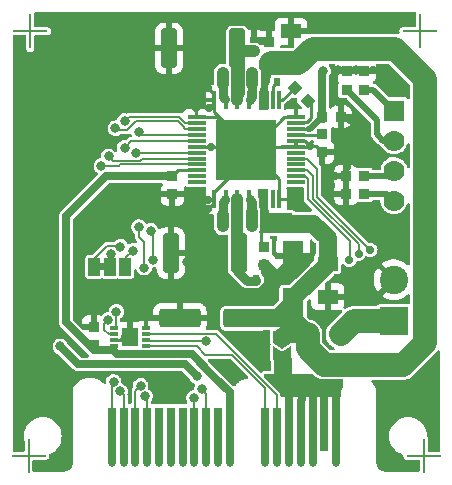
<source format=gtl>
G04 #@! TF.GenerationSoftware,KiCad,Pcbnew,(5.99.0-8491-gb8dfcb34c4)*
G04 #@! TF.CreationDate,2021-01-20T09:42:39+01:00*
G04 #@! TF.ProjectId,TMC2130_Driver,544d4332-3133-4305-9f44-72697665722e,rev?*
G04 #@! TF.SameCoordinates,PX67f3540PY6cb8080*
G04 #@! TF.FileFunction,Copper,L1,Top*
G04 #@! TF.FilePolarity,Positive*
%FSLAX46Y46*%
G04 Gerber Fmt 4.6, Leading zero omitted, Abs format (unit mm)*
G04 Created by KiCad (PCBNEW (5.99.0-8491-gb8dfcb34c4)) date 2021-01-20 09:42:39*
%MOMM*%
%LPD*%
G01*
G04 APERTURE LIST*
G04 Aperture macros list*
%AMRoundRect*
0 Rectangle with rounded corners*
0 $1 Rounding radius*
0 $2 $3 $4 $5 $6 $7 $8 $9 X,Y pos of 4 corners*
0 Add a 4 corners polygon primitive as box body*
4,1,4,$2,$3,$4,$5,$6,$7,$8,$9,$2,$3,0*
0 Add four circle primitives for the rounded corners*
1,1,$1+$1,$2,$3*
1,1,$1+$1,$4,$5*
1,1,$1+$1,$6,$7*
1,1,$1+$1,$8,$9*
0 Add four rect primitives between the rounded corners*
20,1,$1+$1,$2,$3,$4,$5,0*
20,1,$1+$1,$4,$5,$6,$7,0*
20,1,$1+$1,$6,$7,$8,$9,0*
20,1,$1+$1,$8,$9,$2,$3,0*%
%AMRotRect*
0 Rectangle, with rotation*
0 The origin of the aperture is its center*
0 $1 length*
0 $2 width*
0 $3 Rotation angle, in degrees counterclockwise*
0 Add horizontal line*
21,1,$1,$2,0,0,$3*%
G04 Aperture macros list end*
G04 #@! TA.AperFunction,SMDPad,CuDef*
%ADD10R,0.950000X0.875000*%
G04 #@! TD*
G04 #@! TA.AperFunction,SMDPad,CuDef*
%ADD11RotRect,0.875000X0.950000X135.000000*%
G04 #@! TD*
G04 #@! TA.AperFunction,SMDPad,CuDef*
%ADD12R,1.750000X1.250000*%
G04 #@! TD*
G04 #@! TA.AperFunction,SMDPad,CuDef*
%ADD13R,0.127000X3.000000*%
G04 #@! TD*
G04 #@! TA.AperFunction,SMDPad,CuDef*
%ADD14R,3.000000X0.127000*%
G04 #@! TD*
G04 #@! TA.AperFunction,ConnectorPad*
%ADD15C,0.650000*%
G04 #@! TD*
G04 #@! TA.AperFunction,ConnectorPad*
%ADD16R,0.650000X4.600000*%
G04 #@! TD*
G04 #@! TA.AperFunction,ConnectorPad*
%ADD17R,0.650000X3.600000*%
G04 #@! TD*
G04 #@! TA.AperFunction,ComponentPad*
%ADD18R,1.778000X1.778000*%
G04 #@! TD*
G04 #@! TA.AperFunction,ComponentPad*
%ADD19C,1.778000*%
G04 #@! TD*
G04 #@! TA.AperFunction,SMDPad,CuDef*
%ADD20RoundRect,0.250000X0.425000X1.425000X-0.425000X1.425000X-0.425000X-1.425000X0.425000X-1.425000X0*%
G04 #@! TD*
G04 #@! TA.AperFunction,SMDPad,CuDef*
%ADD21R,0.875000X0.950000*%
G04 #@! TD*
G04 #@! TA.AperFunction,SMDPad,CuDef*
%ADD22R,0.680000X0.300000*%
G04 #@! TD*
G04 #@! TA.AperFunction,SMDPad,CuDef*
%ADD23R,1.450000X1.560000*%
G04 #@! TD*
G04 #@! TA.AperFunction,SMDPad,CuDef*
%ADD24RoundRect,0.250000X1.500000X0.550000X-1.500000X0.550000X-1.500000X-0.550000X1.500000X-0.550000X0*%
G04 #@! TD*
G04 #@! TA.AperFunction,SMDPad,CuDef*
%ADD25RoundRect,0.218750X-0.218750X-0.256250X0.218750X-0.256250X0.218750X0.256250X-0.218750X0.256250X0*%
G04 #@! TD*
G04 #@! TA.AperFunction,SMDPad,CuDef*
%ADD26R,0.590000X0.640000*%
G04 #@! TD*
G04 #@! TA.AperFunction,SMDPad,CuDef*
%ADD27R,0.640000X0.590000*%
G04 #@! TD*
G04 #@! TA.AperFunction,ComponentPad*
%ADD28R,2.400000X2.400000*%
G04 #@! TD*
G04 #@! TA.AperFunction,ComponentPad*
%ADD29C,2.400000*%
G04 #@! TD*
G04 #@! TA.AperFunction,SMDPad,CuDef*
%ADD30R,1.000000X1.500000*%
G04 #@! TD*
G04 #@! TA.AperFunction,SMDPad,CuDef*
%ADD31R,1.500000X0.300000*%
G04 #@! TD*
G04 #@! TA.AperFunction,SMDPad,CuDef*
%ADD32R,0.300000X1.500000*%
G04 #@! TD*
G04 #@! TA.AperFunction,SMDPad,CuDef*
%ADD33R,5.100000X5.100000*%
G04 #@! TD*
G04 #@! TA.AperFunction,SMDPad,CuDef*
%ADD34R,1.800000X2.500000*%
G04 #@! TD*
G04 #@! TA.AperFunction,SMDPad,CuDef*
%ADD35RoundRect,0.250000X0.375000X0.625000X-0.375000X0.625000X-0.375000X-0.625000X0.375000X-0.625000X0*%
G04 #@! TD*
G04 #@! TA.AperFunction,ViaPad*
%ADD36C,0.800000*%
G04 #@! TD*
G04 #@! TA.AperFunction,ViaPad*
%ADD37C,0.700000*%
G04 #@! TD*
G04 #@! TA.AperFunction,Conductor*
%ADD38C,0.508000*%
G04 #@! TD*
G04 #@! TA.AperFunction,Conductor*
%ADD39C,0.650000*%
G04 #@! TD*
G04 #@! TA.AperFunction,Conductor*
%ADD40C,1.500000*%
G04 #@! TD*
G04 #@! TA.AperFunction,Conductor*
%ADD41C,1.000000*%
G04 #@! TD*
G04 #@! TA.AperFunction,Conductor*
%ADD42C,0.152400*%
G04 #@! TD*
G04 #@! TA.AperFunction,Conductor*
%ADD43C,0.254000*%
G04 #@! TD*
G04 #@! TA.AperFunction,Conductor*
%ADD44C,0.250000*%
G04 #@! TD*
G04 #@! TA.AperFunction,Conductor*
%ADD45C,0.800000*%
G04 #@! TD*
G04 #@! TA.AperFunction,Conductor*
%ADD46C,0.203200*%
G04 #@! TD*
G04 #@! TA.AperFunction,Conductor*
%ADD47C,2.000000*%
G04 #@! TD*
G04 APERTURE END LIST*
G36*
X8070000Y17300000D02*
G01*
X7570000Y17300000D01*
X7570000Y17900000D01*
X8070000Y17900000D01*
X8070000Y17300000D01*
G37*
D10*
X13790000Y25297500D03*
X13790000Y23722500D03*
D11*
X25246847Y31653153D03*
X24133153Y32766847D03*
D12*
X23820000Y34750000D03*
X23820000Y37550000D03*
D13*
X1744000Y37546000D03*
D14*
X1744000Y37546000D03*
D13*
X35100000Y1600000D03*
D14*
X35100000Y1600000D03*
D13*
X34764000Y37546000D03*
D14*
X34764000Y37546000D03*
D13*
X1600000Y1600000D03*
D14*
X1600000Y1600000D03*
D15*
X27652800Y1014800D03*
X14652800Y1014800D03*
X17652800Y1014800D03*
X18652800Y1014800D03*
X11652800Y1014800D03*
X10652800Y1014800D03*
X15652800Y1014800D03*
X16652800Y1014800D03*
X23652800Y1014800D03*
X25652800Y1014800D03*
X22652800Y1014800D03*
X13652800Y1014800D03*
X24652800Y1014800D03*
X9652800Y1014800D03*
X12652800Y1014800D03*
X21652800Y1014800D03*
X8652800Y1014800D03*
D16*
X8652800Y3314800D03*
X9652800Y3314800D03*
X10652800Y3314800D03*
X11652800Y3314800D03*
X12652800Y3314800D03*
X13652800Y3314800D03*
X14652800Y3314800D03*
X15652800Y3314800D03*
X16652800Y3314800D03*
X17652800Y3314800D03*
X18652800Y3314800D03*
X21652800Y3314800D03*
X22652800Y3314800D03*
X23652800Y3314800D03*
X24652800Y3314800D03*
X25652800Y3314800D03*
D17*
X26652800Y3814800D03*
D16*
X27652800Y3314800D03*
D18*
X32540000Y30820000D03*
D19*
X32540000Y28280000D03*
X32540000Y25740000D03*
X32540000Y23200000D03*
D10*
X30040000Y34147500D03*
X30040000Y32572500D03*
D20*
X19440000Y18750000D03*
X13640000Y18750000D03*
X19280000Y36090000D03*
X13480000Y36090000D03*
D21*
X28452500Y23780000D03*
X30027500Y23780000D03*
D22*
X11530800Y10879200D03*
X11530800Y11379200D03*
X11530800Y11879200D03*
X11530800Y12379200D03*
X8810800Y12379200D03*
X8810800Y11879200D03*
X8810800Y11379200D03*
X8810800Y10879200D03*
D23*
X10170800Y11629200D03*
D10*
X7130000Y10955000D03*
X7130000Y12530000D03*
D24*
X19820000Y13240000D03*
X14420000Y13240000D03*
D12*
X26940000Y17860000D03*
X26940000Y15060000D03*
D10*
X26490000Y27272500D03*
X26490000Y28847500D03*
D25*
X26452500Y30310000D03*
X28027500Y30310000D03*
D26*
X21655000Y33260000D03*
X22625000Y33260000D03*
X20825000Y16560000D03*
X21795000Y16560000D03*
D10*
X28560000Y34147500D03*
X28560000Y32572500D03*
D27*
X20720000Y35865000D03*
X20720000Y36835000D03*
D28*
X32540000Y13010000D03*
D29*
X32540000Y16510000D03*
D30*
X7170000Y17600000D03*
X8470000Y17600000D03*
X9770000Y17600000D03*
G04 #@! TA.AperFunction,SMDPad,CuDef*
G36*
X23080000Y10675000D02*
G01*
X22330000Y11175000D01*
X22330000Y12175000D01*
X23830000Y12175000D01*
X23830000Y11175000D01*
X23080000Y10675000D01*
G37*
G04 #@! TD.AperFunction*
G04 #@! TA.AperFunction,SMDPad,CuDef*
G36*
X22330000Y9725000D02*
G01*
X22330000Y10875000D01*
X23080000Y10375000D01*
X23830000Y10875000D01*
X23830000Y9725000D01*
X22330000Y9725000D01*
G37*
G04 #@! TD.AperFunction*
D31*
X15840000Y30260000D03*
X15840000Y29760000D03*
X15840000Y29260000D03*
X15840000Y28760000D03*
X15840000Y28260000D03*
X15840000Y27760000D03*
X15840000Y27260000D03*
X15840000Y26760000D03*
X15840000Y26260000D03*
X15840000Y25760000D03*
X15840000Y25260000D03*
X15840000Y24760000D03*
D32*
X17290000Y23310000D03*
X18290000Y23310000D03*
X19290000Y23310000D03*
X20290000Y23310000D03*
X21290000Y23310000D03*
X22290000Y23310000D03*
X22790000Y23310000D03*
D31*
X24240000Y24760000D03*
X24240000Y25260000D03*
X24240000Y25760000D03*
X24240000Y26260000D03*
X24240000Y26760000D03*
X24240000Y27260000D03*
X24240000Y27760000D03*
X24240000Y28260000D03*
X24240000Y28760000D03*
X24240000Y29260000D03*
X24240000Y29760000D03*
X24240000Y30260000D03*
D32*
X22790000Y31710000D03*
X22290000Y31710000D03*
X21790000Y31710000D03*
X21290000Y31710000D03*
X20290000Y31710000D03*
X19290000Y31710000D03*
X18290000Y31710000D03*
X17290000Y31710000D03*
D33*
X20040000Y27510000D03*
D21*
X28452500Y25260000D03*
X30027500Y25260000D03*
D34*
X24010000Y14550000D03*
X24010000Y18550000D03*
D35*
X28030000Y11880000D03*
X25230000Y11880000D03*
D10*
X21930000Y35012500D03*
X21930000Y36587500D03*
X21520000Y19307500D03*
X21520000Y17732500D03*
D36*
X29300000Y34220000D03*
X27840000Y34230000D03*
X15000000Y22000000D03*
X22040000Y27010000D03*
X22040000Y28260000D03*
X22040000Y29510000D03*
X22040000Y25760000D03*
X20790000Y25760000D03*
X20790000Y29510000D03*
X20790000Y28260000D03*
X20790000Y27010000D03*
X30540000Y27260000D03*
X3000000Y26000000D03*
X17000000Y16000000D03*
X1000000Y16000000D03*
X8000000Y21000000D03*
X33040000Y21260000D03*
D37*
X16790000Y32760000D03*
D36*
X8000000Y23000000D03*
D37*
X25421300Y27841400D03*
D36*
X15000000Y16000000D03*
X17000000Y18000000D03*
D37*
X16790000Y22510000D03*
X30790000Y34260000D03*
X16790000Y23260000D03*
D36*
X15000000Y18000000D03*
X1000000Y8000000D03*
X1000000Y18000000D03*
X3000000Y20000000D03*
D37*
X16840000Y31010000D03*
D36*
X3000000Y18000000D03*
D37*
X28840000Y30010000D03*
D36*
X3000000Y16000000D03*
X30540000Y20760000D03*
X3000000Y14000000D03*
X1000000Y26000000D03*
X1000000Y20000000D03*
X13000000Y16000000D03*
X29000000Y29000000D03*
X3000000Y22000000D03*
D37*
X17040000Y27760000D03*
D36*
X3000000Y12000000D03*
X19000000Y16000000D03*
X3000000Y8000000D03*
D37*
X28540000Y26010000D03*
D36*
X18100000Y8870000D03*
X3000000Y24000000D03*
X1000000Y14000000D03*
X35820000Y8830000D03*
X1000000Y24000000D03*
D37*
X27540000Y25260000D03*
X15790000Y31010000D03*
D36*
X28000000Y28000000D03*
X1000000Y22000000D03*
X1000000Y10000000D03*
X1000000Y12000000D03*
X3000000Y10000000D03*
X25000000Y18000000D03*
X23000000Y17000000D03*
X10000000Y23000000D03*
D37*
X18040000Y33260000D03*
X18040000Y34010000D03*
X20540000Y33260000D03*
X20540000Y34010000D03*
X18040000Y21010000D03*
X18040000Y21760000D03*
X20540000Y21860000D03*
X20540000Y21060000D03*
D36*
X11098519Y7521423D03*
D37*
X30540000Y19010000D03*
D36*
X7775421Y26124579D03*
X9350505Y7049495D03*
X8380000Y26940000D03*
X8814495Y7844495D03*
X8575954Y18717787D03*
X11460000Y6630000D03*
X16660000Y11280000D03*
X16280000Y7230000D03*
X9030000Y13800000D03*
X8369555Y13108568D03*
X15630000Y6480000D03*
X12110000Y18201390D03*
X11939516Y20656084D03*
X10940000Y28990000D03*
X10699388Y27193421D03*
X9730000Y27680000D03*
X8960000Y29330000D03*
D37*
X28761400Y18164000D03*
D36*
X10434767Y18964380D03*
X9380539Y19298855D03*
D37*
X29540000Y18705990D03*
D36*
X26540000Y34210000D03*
X15850000Y8330000D03*
X4300000Y10850000D03*
X11400000Y17520000D03*
X10960000Y20960000D03*
X9740000Y29930000D03*
D38*
X30027500Y23780000D02*
X31960000Y23780000D01*
X31960000Y23780000D02*
X32540000Y23200000D01*
D39*
X26452500Y30310000D02*
X26452500Y34122500D01*
D38*
X27570000Y33960000D02*
X27570000Y31690000D01*
X28027500Y31382500D02*
X28027500Y30310000D01*
D39*
X26452500Y34122500D02*
X26540000Y34210000D01*
D38*
X27840000Y34230000D02*
X27570000Y33960000D01*
X27570000Y31690000D02*
X27860000Y31400000D01*
X27860000Y31400000D02*
X28010000Y31400000D01*
X28010000Y31400000D02*
X28027500Y31382500D01*
X27922500Y34147500D02*
X27840000Y34230000D01*
X29140000Y34147500D02*
X27922500Y34147500D01*
X28560000Y32572500D02*
X29323000Y31772500D01*
X29323000Y31772500D02*
X31100000Y29995500D01*
X31100000Y29995500D02*
X31100000Y28820000D01*
X31100000Y28820000D02*
X31640000Y28280000D01*
X31640000Y28280000D02*
X32540000Y28280000D01*
D40*
X23120000Y8190000D02*
X23110000Y9670000D01*
D39*
X23652800Y7402800D02*
X23652800Y6857200D01*
X23652800Y6857200D02*
X23652800Y3314800D01*
D40*
X25230000Y11880000D02*
X23505000Y11880000D01*
X23505000Y11880000D02*
X23080000Y11675000D01*
D41*
X22290000Y16290000D02*
X21000000Y15000000D01*
X24010000Y18010000D02*
X22290000Y16290000D01*
X22290000Y16290000D02*
X22290000Y16962500D01*
X22290000Y16962500D02*
X21520000Y17732500D01*
D42*
X17492467Y11908601D02*
X11560201Y11908601D01*
X22652800Y6748268D02*
X17492467Y11908601D01*
X22652800Y3314800D02*
X22652800Y6748268D01*
X18817608Y10152392D02*
X18424538Y10152392D01*
X21652800Y3314800D02*
X21652800Y7317200D01*
X21652800Y7317200D02*
X18817608Y10152392D01*
X18817608Y10152392D02*
X16562392Y10152392D01*
X16562392Y10152392D02*
X15835584Y10879200D01*
X15835584Y10879200D02*
X11530800Y10879200D01*
D39*
X24652800Y3314800D02*
X24652800Y6264800D01*
X24750000Y6362000D02*
X24750000Y8150000D01*
X24652800Y6264800D02*
X24750000Y6362000D01*
X24750000Y7000000D02*
X25500000Y7750000D01*
X27652800Y7372200D02*
X27652800Y3314800D01*
X25652800Y3314800D02*
X25652800Y7152800D01*
X25500000Y7750000D02*
X26250000Y7750000D01*
X25652800Y7152800D02*
X26250000Y7750000D01*
X26652800Y3814800D02*
X26640000Y7350000D01*
D43*
X17290000Y32260000D02*
X17290000Y30706000D01*
X22790000Y25010000D02*
X22040000Y25760000D01*
D41*
X24000000Y17000000D02*
X25000000Y18000000D01*
D43*
X23236000Y30260000D02*
X20486000Y27510000D01*
D38*
X30040000Y34147500D02*
X29140000Y34147500D01*
D43*
X17290000Y31460000D02*
X16840000Y31010000D01*
X24240000Y30260000D02*
X23236000Y30260000D01*
X15840000Y27760000D02*
X19790000Y27760000D01*
D44*
X24240000Y28260000D02*
X25002700Y28260000D01*
D41*
X24010000Y18550000D02*
X24010000Y18010000D01*
D43*
X22790000Y23310000D02*
X22790000Y25010000D01*
D44*
X28540000Y30310000D02*
X28840000Y30010000D01*
X25421300Y27841400D02*
X25921100Y27841400D01*
X17290000Y23010000D02*
X16790000Y22510000D01*
D43*
X17290000Y30706000D02*
X20040000Y27956000D01*
D44*
X24240000Y27760000D02*
X25339900Y27760000D01*
D43*
X17290000Y23910000D02*
X20040000Y26660000D01*
D44*
X25002700Y28260000D02*
X25421300Y27841400D01*
D41*
X23000000Y17000000D02*
X24000000Y17000000D01*
D43*
X15840000Y30260000D02*
X17540000Y30260000D01*
X17540000Y30260000D02*
X18290000Y29510000D01*
D44*
X28027500Y30310000D02*
X28540000Y30310000D01*
X25921100Y27841400D02*
X26490000Y27272500D01*
D43*
X24240000Y27760000D02*
X20290000Y27760000D01*
D44*
X25339900Y27760000D02*
X25421300Y27841400D01*
D43*
X8810800Y11379200D02*
X9920800Y11379200D01*
X17290000Y32260000D02*
X16790000Y32760000D01*
D45*
X18040000Y31960000D02*
X18237590Y31762410D01*
D41*
X18040000Y34010000D02*
X18040000Y33034322D01*
D45*
X18040000Y33260000D02*
X18040000Y31960000D01*
D38*
X30787500Y32572500D02*
X32540000Y30820000D01*
D45*
X20540000Y31960000D02*
X20540000Y33260000D01*
D41*
X20540000Y34010000D02*
X20540000Y33034322D01*
D45*
X20342410Y31762410D02*
X20342410Y31710000D01*
D38*
X30040000Y32572500D02*
X30787500Y32572500D01*
D45*
X20540000Y31960000D02*
X20342410Y31762410D01*
X18040000Y21985678D02*
X18040000Y23060000D01*
D38*
X30027500Y25260000D02*
X32060000Y25260000D01*
D45*
X18237590Y23257590D02*
X18237590Y23310000D01*
D38*
X32060000Y25260000D02*
X32540000Y25740000D01*
D45*
X18040000Y23060000D02*
X18237590Y23257590D01*
D41*
X18040000Y21010000D02*
X18040000Y21985678D01*
D45*
X20540000Y23060000D02*
X20342410Y23257590D01*
X20540000Y22260000D02*
X20540000Y23060000D01*
D41*
X20540000Y21060000D02*
X20540000Y22260000D01*
D45*
X20342410Y23257590D02*
X20342410Y23310000D01*
D46*
X25193200Y26760000D02*
X26040000Y25913200D01*
X26040000Y25913200D02*
X26040000Y23510000D01*
X26040000Y23510000D02*
X30540000Y19010000D01*
D42*
X10652800Y7075704D02*
X11098519Y7521423D01*
D46*
X24240000Y26760000D02*
X25193200Y26760000D01*
D42*
X10652800Y3314800D02*
X10652800Y7075704D01*
X9652800Y3314800D02*
X9652800Y6747200D01*
D46*
X15840000Y26260000D02*
X14886800Y26260000D01*
D42*
X9361068Y26260000D02*
X9225647Y26124579D01*
X15840000Y26260000D02*
X9361068Y26260000D01*
X9225647Y26124579D02*
X7775421Y26124579D01*
X9652800Y6747200D02*
X9350505Y7049495D01*
X15787979Y26207979D02*
X15840000Y26260000D01*
X8380000Y26940000D02*
X8730000Y26940000D01*
X15760000Y26680000D02*
X15840000Y26760000D01*
X8652800Y3314800D02*
X8652800Y7682800D01*
X11053139Y26564811D02*
X8755189Y26564811D01*
D46*
X15840000Y26760000D02*
X14889709Y26760000D01*
D42*
X8652800Y7682800D02*
X8814495Y7844495D01*
X11248328Y26760000D02*
X11053139Y26564811D01*
X15840000Y26760000D02*
X11248328Y26760000D01*
X8755189Y26564811D02*
X8380000Y26940000D01*
X8648845Y17778845D02*
X8648845Y18644896D01*
X11652800Y6437200D02*
X11460000Y6630000D01*
X11652800Y3314800D02*
X11652800Y6437200D01*
X8648845Y18644896D02*
X8575954Y18717787D01*
D43*
X24310599Y29830599D02*
X25213521Y29830599D01*
X25556206Y30173284D02*
X25556206Y31343794D01*
X25556206Y31343794D02*
X25246847Y31653153D01*
X25213521Y29830599D02*
X25556206Y30173284D01*
X24240000Y29760000D02*
X24310599Y29830599D01*
X23076306Y31710000D02*
X24133153Y32766847D01*
X22790000Y31710000D02*
X23076306Y31710000D01*
D42*
X16660000Y11280000D02*
X11630000Y11280000D01*
X11630000Y11280000D02*
X11530800Y11379200D01*
X9030000Y12598400D02*
X8810800Y12379200D01*
X16652800Y6857200D02*
X16280000Y7230000D01*
X9030000Y13800000D02*
X9030000Y12598400D01*
X16652800Y3314800D02*
X16652800Y6857200D01*
X8409300Y11879200D02*
X8018424Y12270076D01*
X15652800Y3314800D02*
X15652800Y6457200D01*
X8018424Y12270076D02*
X8018424Y12846224D01*
X8810800Y11879200D02*
X8409300Y11879200D01*
X15652800Y6457200D02*
X15630000Y6480000D01*
D43*
X14252500Y25760000D02*
X13790000Y25297500D01*
X8810800Y10544200D02*
X8783300Y10516700D01*
D39*
X4750000Y12890000D02*
X4750000Y21872456D01*
X8175044Y25297500D02*
X13790000Y25297500D01*
X18652800Y6957200D02*
X17940000Y7670000D01*
X7123300Y10516700D02*
X4750000Y12890000D01*
D43*
X8810800Y10879200D02*
X8810800Y10544200D01*
D39*
X8783300Y10516700D02*
X9110000Y10190000D01*
X18652800Y3314800D02*
X18652800Y6957200D01*
X15420000Y10190000D02*
X17170000Y8440000D01*
X17170000Y8440000D02*
X17305000Y8305000D01*
X9110000Y10190000D02*
X15420000Y10190000D01*
X18652800Y6957200D02*
X17170000Y8440000D01*
X4750000Y21872456D02*
X8175044Y25297500D01*
X8783300Y10516700D02*
X7123300Y10516700D01*
D43*
X15840000Y25760000D02*
X14252500Y25760000D01*
X25023055Y28726590D02*
X26369090Y28726590D01*
X24240000Y28760000D02*
X24989645Y28760000D01*
X24989645Y28760000D02*
X25023055Y28726590D01*
D45*
X19255000Y17275000D02*
X20100000Y16430000D01*
D41*
X19290000Y23310000D02*
X19290000Y20290000D01*
D45*
X20100000Y16430000D02*
X20825000Y16430000D01*
X19450000Y17470000D02*
X19255000Y17275000D01*
X20825000Y16430000D02*
X20865000Y16470000D01*
D41*
X19290000Y20290000D02*
X19290000Y18910000D01*
X19290001Y32198333D02*
X19290001Y31710000D01*
X20660000Y35845000D02*
X19525000Y35845000D01*
X19525000Y35845000D02*
X19280000Y36090000D01*
X19390000Y32554569D02*
X19390000Y32298332D01*
X19290000Y31710000D02*
X19290000Y35170000D01*
X19390000Y34489753D02*
X19387590Y34487343D01*
X19387590Y34487343D02*
X19387590Y32556979D01*
X19390000Y36710000D02*
X19390000Y34489753D01*
X19390000Y32298332D02*
X19290001Y32198333D01*
X19387590Y32556979D02*
X19390000Y32554569D01*
D42*
X10940000Y28990000D02*
X11170000Y28760000D01*
X12110000Y20485600D02*
X12110000Y18201390D01*
X11170000Y28760000D02*
X15840000Y28760000D01*
D46*
X15840000Y28760000D02*
X14398436Y28760000D01*
D42*
X11939516Y20656084D02*
X12110000Y20485600D01*
D46*
X15840000Y27260000D02*
X14892617Y27260000D01*
X15834979Y27265021D02*
X10770988Y27265021D01*
X15840000Y27260000D02*
X15834979Y27265021D01*
X10770988Y27265021D02*
X10699388Y27193421D01*
D42*
X9730000Y27680000D02*
X10310000Y28260000D01*
D46*
X15840000Y28260000D02*
X14700000Y28260000D01*
D42*
X10310000Y28260000D02*
X14700000Y28260000D01*
D46*
X10661345Y29904143D02*
X9918601Y29161399D01*
X14668270Y29478530D02*
X14236800Y29910000D01*
D42*
X9128601Y29161399D02*
X9918601Y29161399D01*
D46*
X14236800Y29910000D02*
X12183396Y29910000D01*
X12177539Y29904143D02*
X10661345Y29904143D01*
X12183396Y29910000D02*
X12177539Y29904143D01*
X15840000Y29260000D02*
X14886800Y29260000D01*
D42*
X8960000Y29330000D02*
X9128601Y29161399D01*
D46*
X14886800Y29260000D02*
X14668270Y29478530D01*
D42*
X9770000Y17600000D02*
X9770000Y18299613D01*
D46*
X28790000Y19754183D02*
X28790000Y18192600D01*
X25244001Y23300182D02*
X28790000Y19754183D01*
D42*
X9770000Y18299613D02*
X10434767Y18964380D01*
D46*
X24240000Y25260000D02*
X25037092Y25260000D01*
X28790000Y18192600D02*
X28761400Y18164000D01*
X25037092Y25260000D02*
X25244001Y25053091D01*
X25244001Y25053091D02*
X25244001Y23300182D01*
X29540000Y19507092D02*
X29540000Y18705990D01*
X25193200Y25760000D02*
X25684389Y25268811D01*
X24240000Y25760000D02*
X25193200Y25760000D01*
X9307606Y19371788D02*
X9380539Y19298855D01*
X8262033Y19371788D02*
X9307606Y19371788D01*
X25684389Y23362702D02*
X29540000Y19507092D01*
X7170000Y18007220D02*
X7170000Y18279755D01*
X25684389Y25268811D02*
X25684389Y23362702D01*
X7170000Y18279755D02*
X8262033Y19371788D01*
D43*
X22290000Y31710000D02*
X22290000Y32925000D01*
X22290000Y32925000D02*
X22625000Y33260000D01*
D47*
X25670000Y36060000D02*
X24440000Y34830000D01*
D40*
X26940000Y20010000D02*
X26940000Y17860000D01*
D47*
X25230000Y10690000D02*
X25230000Y11880000D01*
X26640000Y9280000D02*
X25230000Y10690000D01*
D40*
X26940000Y17860000D02*
X24010000Y14930000D01*
D47*
X24440000Y34830000D02*
X22132411Y34830000D01*
D40*
X23880000Y13230000D02*
X25230000Y11880000D01*
D47*
X35140000Y11135678D02*
X33284322Y9280000D01*
D43*
X21290000Y22612252D02*
X21319410Y22582842D01*
X21319410Y22582842D02*
X21319410Y19296910D01*
D47*
X32612160Y36060000D02*
X25670000Y36060000D01*
D40*
X22690000Y13230000D02*
X24010000Y14550000D01*
D47*
X32612160Y36060000D02*
X35140000Y33532160D01*
X33284322Y9280000D02*
X26640000Y9280000D01*
D40*
X24010000Y14550000D02*
X24010000Y13100000D01*
X19910000Y13230000D02*
X23880000Y13230000D01*
X25690000Y21260000D02*
X23790000Y21260000D01*
X26940000Y20010000D02*
X25690000Y21260000D01*
D47*
X35140000Y33532160D02*
X35140000Y11135678D01*
D43*
X21290000Y23310000D02*
X21290000Y22612252D01*
D47*
X29160000Y13010000D02*
X28030000Y11880000D01*
X32540000Y13010000D02*
X29160000Y13010000D01*
D39*
X9610000Y9330000D02*
X14850000Y9330000D01*
D38*
X26452500Y30310000D02*
X25402500Y29260000D01*
D39*
X7040000Y9330000D02*
X9610000Y9330000D01*
X9610000Y9330000D02*
X5820000Y9330000D01*
X5820000Y9330000D02*
X4300000Y10850000D01*
D43*
X25244000Y29260000D02*
X24240000Y29260000D01*
D38*
X25244000Y29260000D02*
X25402500Y29260000D01*
D39*
X14850000Y9330000D02*
X15850000Y8330000D01*
D46*
X12030237Y30259763D02*
X11709763Y30259763D01*
X14889710Y29760000D02*
X14384098Y30265611D01*
X10960000Y20960000D02*
X10960000Y20120000D01*
X11400000Y19680000D02*
X10960000Y20120000D01*
X12036085Y30265611D02*
X12030237Y30259763D01*
X11400000Y17520000D02*
X11400000Y19680000D01*
X10069763Y30259763D02*
X12030237Y30259763D01*
X9740000Y29930000D02*
X10069763Y30259763D01*
X15840000Y29760000D02*
X14889710Y29760000D01*
X14384098Y30265611D02*
X12036085Y30265611D01*
G04 #@! TA.AperFunction,Conductor*
G36*
X21868429Y24141694D02*
G01*
X21886735Y24097500D01*
X21885534Y24085309D01*
X21880500Y24060000D01*
X21880500Y22560000D01*
X21881099Y22556990D01*
X21881099Y22556987D01*
X21891696Y22503712D01*
X21900253Y22460694D01*
X21929468Y22416971D01*
X21940000Y22382250D01*
X21940000Y22160000D01*
X23877500Y22160000D01*
X23921694Y22141694D01*
X23940000Y22097500D01*
X23940000Y20522500D01*
X23921694Y20478306D01*
X23877500Y20460000D01*
X21202500Y20460000D01*
X21158306Y20478306D01*
X21140000Y20522500D01*
X21140000Y20578120D01*
X21154869Y20618586D01*
X21169513Y20635823D01*
X21171869Y20638596D01*
X21251866Y20795260D01*
X21293676Y20966125D01*
X21294500Y20979407D01*
X21294500Y22302885D01*
X21279129Y22434723D01*
X21219110Y22600073D01*
X21204732Y22622004D01*
X21194500Y22656271D01*
X21194500Y22981766D01*
X21195428Y22990176D01*
X21195344Y22990184D01*
X21195714Y22994095D01*
X21196572Y22997936D01*
X21194531Y23062890D01*
X21194500Y23064852D01*
X21194500Y23099580D01*
X21193375Y23108490D01*
X21192914Y23114345D01*
X21191380Y23163169D01*
X21184059Y23188369D01*
X21182071Y23197969D01*
X21179274Y23220110D01*
X21179274Y23220112D01*
X21178781Y23224011D01*
X21160793Y23269441D01*
X21158887Y23275009D01*
X21146354Y23318150D01*
X21145259Y23321920D01*
X21143258Y23325304D01*
X21131898Y23344513D01*
X21127583Y23353320D01*
X21119371Y23374062D01*
X21117924Y23377717D01*
X21089207Y23417243D01*
X21085975Y23422164D01*
X21062610Y23461671D01*
X21061107Y23464213D01*
X21059000Y23466602D01*
X21058305Y23467297D01*
X21057640Y23468005D01*
X21057859Y23468210D01*
X21057420Y23468814D01*
X21057618Y23468958D01*
X21040000Y23511490D01*
X21040000Y24097500D01*
X21058306Y24141694D01*
X21102500Y24160000D01*
X21824235Y24160000D01*
X21868429Y24141694D01*
G37*
G04 #@! TD.AperFunction*
G04 #@! TA.AperFunction,Conductor*
G36*
X25721101Y8496207D02*
G01*
X25725937Y8491774D01*
X25760011Y8457700D01*
X25763375Y8454109D01*
X25807986Y8403240D01*
X25835232Y8381761D01*
X25881713Y8345118D01*
X25883224Y8343893D01*
X25955385Y8283879D01*
X25958392Y8282195D01*
X25958395Y8282193D01*
X25964069Y8279016D01*
X25973877Y8272462D01*
X25981695Y8266299D01*
X26064731Y8222612D01*
X26066462Y8221673D01*
X26145369Y8177482D01*
X26145374Y8177480D01*
X26148377Y8175798D01*
X26151638Y8174691D01*
X26151647Y8174687D01*
X26157802Y8172598D01*
X26168644Y8167940D01*
X26174400Y8164912D01*
X26177451Y8163307D01*
X26267177Y8135446D01*
X26268938Y8134873D01*
X26313521Y8119739D01*
X26354573Y8105804D01*
X26354576Y8105803D01*
X26357835Y8104697D01*
X26361238Y8104204D01*
X26361240Y8104203D01*
X26365843Y8103536D01*
X26367684Y8103269D01*
X26379188Y8100665D01*
X26385400Y8098736D01*
X26385407Y8098735D01*
X26388697Y8097713D01*
X26481945Y8086677D01*
X26483851Y8086426D01*
X26524977Y8080463D01*
X26573331Y8073451D01*
X26573336Y8073451D01*
X26576741Y8072957D01*
X26580182Y8073092D01*
X26580185Y8073092D01*
X26660351Y8076242D01*
X26663303Y8076300D01*
X28161000Y8076300D01*
X28209338Y8058707D01*
X28235058Y8014158D01*
X28236200Y8001100D01*
X28236200Y7498139D01*
X28229469Y7470445D01*
X28230584Y7470019D01*
X28227441Y7461789D01*
X28226666Y7459840D01*
X28145544Y7263995D01*
X28144673Y7261977D01*
X28140782Y7253319D01*
X28140468Y7251740D01*
X28139927Y7250434D01*
X28138439Y7241688D01*
X28138068Y7239677D01*
X28098361Y7040052D01*
X28097472Y7036134D01*
X28094709Y7025301D01*
X28094619Y7021503D01*
X28094554Y7020915D01*
X28093851Y7017382D01*
X28093969Y7013167D01*
X28094160Y7006329D01*
X28094168Y7002451D01*
X28091339Y6883016D01*
X28092180Y6878881D01*
X28092180Y6878879D01*
X28095292Y6863575D01*
X28096800Y6848591D01*
X28096800Y6684000D01*
X28079207Y6635662D01*
X28034658Y6609942D01*
X28021600Y6608800D01*
X23007900Y6608800D01*
X22959562Y6626393D01*
X22933842Y6670942D01*
X22932700Y6684000D01*
X22932700Y6696661D01*
X22933104Y6702162D01*
X22934644Y6706648D01*
X22932753Y6757018D01*
X22932700Y6759838D01*
X22932700Y6775114D01*
X22932067Y6778512D01*
X22932052Y6778673D01*
X22931786Y6782766D01*
X22930990Y6803965D01*
X22930730Y6810902D01*
X22925744Y6822507D01*
X22920910Y6838418D01*
X22919869Y6844006D01*
X22918598Y6850831D01*
X22904917Y6873027D01*
X22899840Y6882800D01*
X22891645Y6901875D01*
X22891643Y6901878D01*
X22889547Y6906757D01*
X22886776Y6910130D01*
X22880669Y6916237D01*
X22869828Y6929951D01*
X22867499Y6933730D01*
X22867498Y6933731D01*
X22863855Y6939641D01*
X22840401Y6957476D01*
X22832745Y6964161D01*
X21532026Y8264880D01*
X21510286Y8311500D01*
X21510000Y8318054D01*
X21510000Y8438600D01*
X21527593Y8486938D01*
X21572142Y8512658D01*
X21585200Y8513800D01*
X25672763Y8513800D01*
X25721101Y8496207D01*
G37*
G04 #@! TD.AperFunction*
G04 #@! TA.AperFunction,Conductor*
G36*
X23321694Y35141694D02*
G01*
X23340000Y35097500D01*
X23340000Y33922500D01*
X23321694Y33878306D01*
X23277500Y33860000D01*
X22140000Y33860000D01*
X22140000Y33772716D01*
X22129468Y33737995D01*
X22090253Y33679306D01*
X22070500Y33580000D01*
X22070500Y33271135D01*
X22052194Y33226941D01*
X22041906Y33218632D01*
X22029881Y33210867D01*
X22026685Y33206812D01*
X22026683Y33206811D01*
X22008088Y33183223D01*
X22003200Y33177723D01*
X21998997Y33173520D01*
X21997501Y33171426D01*
X21997499Y33171424D01*
X21985891Y33155179D01*
X21984123Y33152823D01*
X21951307Y33111198D01*
X21949597Y33106327D01*
X21947675Y33102832D01*
X21945915Y33099239D01*
X21942912Y33095037D01*
X21930478Y33053460D01*
X21927729Y33044270D01*
X21926820Y33041471D01*
X21909255Y32991451D01*
X21908500Y32982733D01*
X21908460Y32982736D01*
X21908226Y32979958D01*
X21908028Y32978394D01*
X21906547Y32973441D01*
X21907322Y32953729D01*
X21908452Y32924959D01*
X21908500Y32922505D01*
X21908500Y32588509D01*
X21903742Y32564591D01*
X21903673Y32564424D01*
X21900253Y32559306D01*
X21880500Y32460000D01*
X21880500Y30960000D01*
X21881099Y30956989D01*
X21881099Y30956988D01*
X21885534Y30934693D01*
X21876202Y30887777D01*
X21836428Y30861201D01*
X21824235Y30860000D01*
X21202500Y30860000D01*
X21158306Y30878306D01*
X21140000Y30922500D01*
X21140000Y31677187D01*
X21147730Y31707295D01*
X21153188Y31717222D01*
X21159716Y31742647D01*
X21162893Y31751926D01*
X21171751Y31772393D01*
X21171752Y31772397D01*
X21173314Y31776006D01*
X21180957Y31824267D01*
X21182152Y31830032D01*
X21193567Y31874488D01*
X21193567Y31874489D01*
X21194300Y31877343D01*
X21194500Y31880522D01*
X21194500Y31904852D01*
X21195268Y31914617D01*
X21199175Y31939284D01*
X21194777Y31985809D01*
X21194500Y31991691D01*
X21194500Y32642204D01*
X21201337Y32670627D01*
X21236929Y32740330D01*
X21251866Y32769582D01*
X21293676Y32940447D01*
X21294500Y32953729D01*
X21294500Y34052885D01*
X21279129Y34184723D01*
X21219110Y34350073D01*
X21150232Y34455130D01*
X21140000Y34489398D01*
X21140000Y35097500D01*
X21158306Y35141694D01*
X21202500Y35160000D01*
X23277500Y35160000D01*
X23321694Y35141694D01*
G37*
G04 #@! TD.AperFunction*
G04 #@! TA.AperFunction,Conductor*
G36*
X36397369Y10517553D02*
G01*
X36438853Y10459937D01*
X36446000Y10418104D01*
X36446000Y2049000D01*
X36425998Y1980879D01*
X36372342Y1934386D01*
X36320000Y1923000D01*
X35549000Y1923000D01*
X35480879Y1943002D01*
X35434386Y1996658D01*
X35423000Y2049000D01*
X35423000Y3100000D01*
X35403247Y3199306D01*
X35376984Y3238611D01*
X35356137Y3298726D01*
X35340072Y3502847D01*
X35339684Y3507781D01*
X35280725Y3753363D01*
X35184075Y3986698D01*
X35052113Y4202040D01*
X34888088Y4394088D01*
X34696040Y4558113D01*
X34480698Y4690075D01*
X34476128Y4691968D01*
X34476124Y4691970D01*
X34251936Y4784831D01*
X34251934Y4784832D01*
X34247363Y4786725D01*
X34161979Y4807224D01*
X34006594Y4844529D01*
X34006588Y4844530D01*
X34001781Y4845684D01*
X33750000Y4865500D01*
X33498219Y4845684D01*
X33493412Y4844530D01*
X33493406Y4844529D01*
X33338021Y4807224D01*
X33252637Y4786725D01*
X33248066Y4784832D01*
X33248064Y4784831D01*
X33023876Y4691970D01*
X33023872Y4691968D01*
X33019302Y4690075D01*
X32803960Y4558113D01*
X32611912Y4394088D01*
X32447887Y4202040D01*
X32315925Y3986698D01*
X32219275Y3753363D01*
X32160316Y3507781D01*
X32140500Y3256000D01*
X32160316Y3004219D01*
X32219275Y2758637D01*
X32221168Y2754066D01*
X32221169Y2754064D01*
X32236869Y2716162D01*
X32315925Y2525302D01*
X32447887Y2309960D01*
X32611912Y2117912D01*
X32803960Y1953887D01*
X33019302Y1821925D01*
X33023872Y1820032D01*
X33023876Y1820030D01*
X33248073Y1727165D01*
X33248078Y1727163D01*
X33252637Y1725275D01*
X33254205Y1724899D01*
X33312045Y1685345D01*
X33339679Y1619947D01*
X33340500Y1605590D01*
X33340500Y1536500D01*
X33360253Y1437194D01*
X33416506Y1353006D01*
X33500694Y1296753D01*
X33600000Y1277000D01*
X34651000Y1277000D01*
X34719121Y1256998D01*
X34765614Y1203342D01*
X34777000Y1151000D01*
X34777000Y380000D01*
X34756998Y311879D01*
X34703342Y265386D01*
X34651000Y254000D01*
X31864547Y254000D01*
X31843454Y256330D01*
X31843442Y256229D01*
X31837302Y256981D01*
X31831261Y258332D01*
X31786403Y259394D01*
X31753316Y260178D01*
X31743950Y260750D01*
X31722779Y262835D01*
X31710547Y264649D01*
X31696728Y267398D01*
X31601229Y286394D01*
X31589254Y289393D01*
X31580437Y292067D01*
X31568825Y296222D01*
X31465814Y338891D01*
X31454654Y344171D01*
X31450799Y346231D01*
X31446542Y348507D01*
X31435959Y354851D01*
X31343272Y416782D01*
X31333363Y424130D01*
X31326231Y429983D01*
X31317075Y438283D01*
X31238283Y517075D01*
X31229983Y526231D01*
X31229978Y526237D01*
X31224134Y533359D01*
X31216783Y543270D01*
X31154851Y635958D01*
X31148502Y646550D01*
X31144167Y654661D01*
X31138885Y665828D01*
X31118733Y714480D01*
X31096226Y768815D01*
X31092066Y780441D01*
X31089393Y789254D01*
X31086393Y801231D01*
X31064649Y910549D01*
X31062835Y922780D01*
X31060751Y943940D01*
X31060179Y953306D01*
X31058479Y1025077D01*
X31058478Y1025082D01*
X31058332Y1031261D01*
X31056981Y1037300D01*
X31056229Y1043441D01*
X31056330Y1043453D01*
X31054000Y1064547D01*
X31054000Y6838431D01*
X31055874Y6860082D01*
X31057384Y6868739D01*
X31059523Y6881002D01*
X31059377Y6887187D01*
X31056635Y7002926D01*
X31056600Y7005910D01*
X31056600Y7024138D01*
X31056069Y7026806D01*
X31056005Y7029523D01*
X31054706Y7035330D01*
X31054704Y7035345D01*
X31052024Y7047328D01*
X31051408Y7050242D01*
X31038435Y7115463D01*
X31008453Y7266191D01*
X31008310Y7266537D01*
X31008237Y7266902D01*
X30913791Y7494913D01*
X30913585Y7495221D01*
X30913442Y7495567D01*
X30905035Y7508149D01*
X30779768Y7695626D01*
X30779765Y7695630D01*
X30776329Y7700772D01*
X30776064Y7701037D01*
X30775857Y7701347D01*
X30666799Y7810405D01*
X30632773Y7872717D01*
X30637838Y7943532D01*
X30680385Y8000368D01*
X30746905Y8025179D01*
X30755894Y8025500D01*
X33193736Y8025500D01*
X33210183Y8024422D01*
X33231580Y8021605D01*
X33237180Y8021869D01*
X33237181Y8021869D01*
X33311206Y8025360D01*
X33317141Y8025500D01*
X33340345Y8025500D01*
X33343129Y8025749D01*
X33343140Y8025749D01*
X33367038Y8027882D01*
X33372302Y8028241D01*
X33427349Y8030837D01*
X33455255Y8032153D01*
X33460719Y8033405D01*
X33460723Y8033405D01*
X33471694Y8035918D01*
X33472656Y8036138D01*
X33489586Y8038820D01*
X33493304Y8039152D01*
X33501772Y8039907D01*
X33501775Y8039908D01*
X33507360Y8040406D01*
X33587465Y8062320D01*
X33592555Y8063598D01*
X33668059Y8080891D01*
X33668061Y8080892D01*
X33673529Y8082144D01*
X33679874Y8084850D01*
X33689948Y8089147D01*
X33706128Y8094782D01*
X33723348Y8099493D01*
X33738299Y8106624D01*
X33798313Y8135249D01*
X33803122Y8137420D01*
X33874341Y8167798D01*
X33874340Y8167798D01*
X33879499Y8169998D01*
X33894419Y8179798D01*
X33909344Y8188207D01*
X33920388Y8193475D01*
X33920394Y8193478D01*
X33925460Y8195895D01*
X33930015Y8199168D01*
X33930025Y8199174D01*
X33992917Y8244367D01*
X33997220Y8247325D01*
X34066658Y8292938D01*
X34087360Y8311384D01*
X34097646Y8319623D01*
X34102745Y8323287D01*
X34102755Y8323295D01*
X34107305Y8326565D01*
X34178297Y8399823D01*
X34179686Y8401233D01*
X35963011Y10184558D01*
X35975402Y10195425D01*
X35975743Y10195686D01*
X35992525Y10208564D01*
X35996296Y10212709D01*
X35996300Y10212712D01*
X36046181Y10267531D01*
X36050279Y10271826D01*
X36066680Y10288227D01*
X36083878Y10308797D01*
X36087341Y10312766D01*
X36139449Y10370031D01*
X36143229Y10374185D01*
X36146213Y10378942D01*
X36146217Y10378947D01*
X36152717Y10389308D01*
X36162789Y10403171D01*
X36170637Y10412557D01*
X36170643Y10412565D01*
X36174237Y10416864D01*
X36196891Y10456580D01*
X36210553Y10480532D01*
X36261678Y10529794D01*
X36331321Y10543594D01*
X36397369Y10517553D01*
G37*
G04 #@! TD.AperFunction*
G04 #@! TA.AperFunction,Conductor*
G36*
X34383121Y39135998D02*
G01*
X34429614Y39082342D01*
X34441000Y39030000D01*
X34441000Y37995000D01*
X34420998Y37926879D01*
X34367342Y37880386D01*
X34315000Y37869000D01*
X33264000Y37869000D01*
X33164694Y37849247D01*
X33080506Y37792994D01*
X33024253Y37708806D01*
X33004500Y37609500D01*
X33004500Y37482500D01*
X33005707Y37476432D01*
X33013347Y37438023D01*
X33007019Y37367309D01*
X32963465Y37311242D01*
X32896512Y37287623D01*
X32869405Y37289098D01*
X32843423Y37293353D01*
X32838236Y37294315D01*
X32761451Y37310216D01*
X32761442Y37310217D01*
X32756923Y37311153D01*
X32752311Y37311419D01*
X32752310Y37311419D01*
X32729245Y37312749D01*
X32716141Y37314196D01*
X32709952Y37315209D01*
X32709944Y37315210D01*
X32704403Y37316117D01*
X32698790Y37316029D01*
X32698788Y37316029D01*
X32602482Y37314516D01*
X32600503Y37314500D01*
X25760587Y37314500D01*
X25744141Y37315578D01*
X25740046Y37316117D01*
X25722743Y37318395D01*
X25717143Y37318131D01*
X25717142Y37318131D01*
X25643116Y37314640D01*
X25637181Y37314500D01*
X25613977Y37314500D01*
X25611194Y37314252D01*
X25611181Y37314251D01*
X25587283Y37312118D01*
X25582019Y37311759D01*
X25527219Y37309175D01*
X25499067Y37307847D01*
X25493603Y37306595D01*
X25493599Y37306595D01*
X25484836Y37304588D01*
X25481666Y37303862D01*
X25464736Y37301180D01*
X25461018Y37300848D01*
X25452550Y37300093D01*
X25452547Y37300092D01*
X25446962Y37299594D01*
X25366857Y37277680D01*
X25361767Y37276402D01*
X25314194Y37265506D01*
X25243327Y37269795D01*
X25203552Y37293101D01*
X25202135Y37294329D01*
X25194452Y37296000D01*
X24092115Y37296000D01*
X24076876Y37291525D01*
X24075671Y37290135D01*
X24074000Y37282452D01*
X24074000Y36430115D01*
X24082196Y36402202D01*
X24106876Y36363799D01*
X24106876Y36292803D01*
X24075075Y36239206D01*
X23957274Y36121405D01*
X23894962Y36087379D01*
X23868179Y36084500D01*
X23044000Y36084500D01*
X22975879Y36104502D01*
X22929386Y36158158D01*
X22918000Y36210500D01*
X22918000Y36286000D01*
X22938002Y36354121D01*
X22991658Y36400614D01*
X23044000Y36412000D01*
X23547885Y36412000D01*
X23563124Y36416475D01*
X23564329Y36417865D01*
X23566000Y36425548D01*
X23566000Y38669885D01*
X23564659Y38674452D01*
X24074000Y38674452D01*
X24074000Y37822115D01*
X24078475Y37806876D01*
X24079865Y37805671D01*
X24087548Y37804000D01*
X25189885Y37804000D01*
X25205124Y37808475D01*
X25206329Y37809865D01*
X25208000Y37817548D01*
X25208000Y38172743D01*
X25207839Y38177250D01*
X25203260Y38241269D01*
X25200874Y38254491D01*
X25164181Y38379458D01*
X25156767Y38395692D01*
X25087574Y38503360D01*
X25075888Y38516847D01*
X24979160Y38600662D01*
X24964152Y38610307D01*
X24847725Y38663477D01*
X24830612Y38668502D01*
X24699446Y38687361D01*
X24690505Y38688000D01*
X24092115Y38688000D01*
X24076876Y38683525D01*
X24075671Y38682135D01*
X24074000Y38674452D01*
X23564659Y38674452D01*
X23561525Y38685124D01*
X23560135Y38686329D01*
X23552452Y38688000D01*
X22947257Y38688000D01*
X22942750Y38687839D01*
X22878731Y38683260D01*
X22865509Y38680874D01*
X22740542Y38644181D01*
X22724308Y38636767D01*
X22616640Y38567574D01*
X22603153Y38555888D01*
X22519338Y38459160D01*
X22509693Y38444152D01*
X22456523Y38327725D01*
X22451498Y38310612D01*
X22432639Y38179446D01*
X22432000Y38170505D01*
X22432000Y37664000D01*
X22411998Y37595879D01*
X22358342Y37549386D01*
X22306000Y37538000D01*
X22202115Y37538000D01*
X22186876Y37533525D01*
X22185671Y37532135D01*
X22184000Y37524452D01*
X22184000Y36459500D01*
X22163998Y36391379D01*
X22110342Y36344886D01*
X22058000Y36333500D01*
X21296457Y36333500D01*
X21228336Y36353502D01*
X21214878Y36363475D01*
X21157760Y36412000D01*
X21081404Y36476869D01*
X21024627Y36505861D01*
X20944023Y36547020D01*
X20918812Y36564012D01*
X20901135Y36579329D01*
X20893452Y36581000D01*
X20841303Y36581000D01*
X20811355Y36584611D01*
X20789525Y36589953D01*
X20753875Y36598676D01*
X20748273Y36599024D01*
X20748270Y36599024D01*
X20742532Y36599380D01*
X20742523Y36599380D01*
X20740593Y36599500D01*
X20592000Y36599500D01*
X20523879Y36619502D01*
X20477386Y36673158D01*
X20466000Y36725500D01*
X20466000Y37624885D01*
X20464659Y37629452D01*
X20974000Y37629452D01*
X20974000Y37107115D01*
X20978475Y37091876D01*
X20979865Y37090671D01*
X20987548Y37089000D01*
X21462000Y37089000D01*
X21530121Y37068998D01*
X21576614Y37015342D01*
X21588000Y36963000D01*
X21588000Y36859615D01*
X21592475Y36844376D01*
X21593865Y36843171D01*
X21601548Y36841500D01*
X21657885Y36841500D01*
X21673124Y36845975D01*
X21674329Y36847365D01*
X21676000Y36855048D01*
X21676000Y37519885D01*
X21671525Y37535124D01*
X21670135Y37536329D01*
X21662452Y37538000D01*
X21457257Y37538000D01*
X21452747Y37537839D01*
X21403822Y37534340D01*
X21334448Y37549432D01*
X21326715Y37554020D01*
X21309154Y37565306D01*
X21192725Y37618477D01*
X21175612Y37623502D01*
X21044446Y37642361D01*
X21035505Y37643000D01*
X20992115Y37643000D01*
X20976876Y37638525D01*
X20975671Y37637135D01*
X20974000Y37629452D01*
X20464659Y37629452D01*
X20461525Y37640124D01*
X20460135Y37641329D01*
X20452452Y37643000D01*
X20402257Y37643000D01*
X20397750Y37642839D01*
X20333731Y37638260D01*
X20313867Y37634676D01*
X20313534Y37636524D01*
X20251722Y37636528D01*
X20191999Y37674916D01*
X20172529Y37705269D01*
X20158443Y37736249D01*
X20134229Y37789504D01*
X20119261Y37806876D01*
X20082309Y37849761D01*
X20039933Y37898941D01*
X19918711Y37977513D01*
X19811894Y38009458D01*
X19786850Y38016948D01*
X19786848Y38016948D01*
X19780309Y38018904D01*
X19772288Y38019500D01*
X18820086Y38019500D01*
X18777597Y38013415D01*
X18720893Y38005295D01*
X18720890Y38005294D01*
X18712000Y38004021D01*
X18703824Y38000304D01*
X18703822Y38000303D01*
X18673089Y37986329D01*
X18580496Y37944229D01*
X18471059Y37849933D01*
X18392487Y37728711D01*
X18351096Y37590309D01*
X18350500Y37582288D01*
X18350500Y34874004D01*
X18330498Y34805883D01*
X18276842Y34759390D01*
X18206568Y34749286D01*
X18187985Y34753412D01*
X18174496Y34757497D01*
X18167187Y34757950D01*
X18167184Y34757951D01*
X18092843Y34762563D01*
X17998927Y34768389D01*
X17991712Y34767149D01*
X17991709Y34767149D01*
X17842206Y34741459D01*
X17825562Y34738599D01*
X17663699Y34669726D01*
X17657811Y34665393D01*
X17657806Y34665390D01*
X17527921Y34569805D01*
X17527917Y34569801D01*
X17522022Y34565463D01*
X17408131Y34431404D01*
X17371182Y34359044D01*
X17346250Y34310217D01*
X17328134Y34274740D01*
X17326395Y34267635D01*
X17326394Y34267631D01*
X17313339Y34214276D01*
X17286324Y34103875D01*
X17285500Y34090593D01*
X17285500Y33099000D01*
X17265498Y33030879D01*
X17211842Y32984386D01*
X17159500Y32973000D01*
X17142257Y32973000D01*
X17137750Y32972839D01*
X17073731Y32968260D01*
X17060509Y32965874D01*
X16935542Y32929181D01*
X16919308Y32921767D01*
X16811640Y32852574D01*
X16798153Y32840888D01*
X16714338Y32744160D01*
X16704693Y32729152D01*
X16651523Y32612725D01*
X16646498Y32595612D01*
X16627639Y32464446D01*
X16627000Y32455505D01*
X16627000Y31878115D01*
X16631475Y31862876D01*
X16632865Y31861671D01*
X16640548Y31860000D01*
X17290245Y31860000D01*
X17358366Y31839998D01*
X17407397Y31780383D01*
X17418103Y31753342D01*
X17421947Y31742116D01*
X17427584Y31722717D01*
X17428037Y31721157D01*
X17427837Y31650161D01*
X17389285Y31590543D01*
X17324621Y31561232D01*
X17307041Y31560000D01*
X16645115Y31560000D01*
X16629876Y31555525D01*
X16628671Y31554135D01*
X16627000Y31546452D01*
X16627000Y31049000D01*
X16606998Y30980879D01*
X16553342Y30934386D01*
X16501000Y30923000D01*
X16008115Y30923000D01*
X15992876Y30918525D01*
X15991671Y30917135D01*
X15990000Y30909452D01*
X15990000Y30295500D01*
X15969998Y30227379D01*
X15916342Y30180886D01*
X15864000Y30169500D01*
X15816000Y30169500D01*
X15747879Y30189502D01*
X15701386Y30243158D01*
X15690000Y30295500D01*
X15690000Y30904885D01*
X15685525Y30920124D01*
X15684135Y30921329D01*
X15676452Y30923000D01*
X15092257Y30923000D01*
X15087750Y30922839D01*
X15023731Y30918260D01*
X15010509Y30915874D01*
X14885542Y30879181D01*
X14869308Y30871767D01*
X14761640Y30802574D01*
X14748153Y30790888D01*
X14664338Y30694160D01*
X14654693Y30679150D01*
X14650984Y30671030D01*
X14604490Y30617375D01*
X14536369Y30597374D01*
X14500286Y30602652D01*
X14497071Y30603613D01*
X14491407Y30605453D01*
X14453665Y30618707D01*
X14453659Y30618708D01*
X14446182Y30621334D01*
X14441829Y30621711D01*
X14439120Y30621711D01*
X14436387Y30621829D01*
X14436394Y30621981D01*
X14435453Y30622040D01*
X14429355Y30623864D01*
X14387825Y30622232D01*
X14377033Y30621808D01*
X14372086Y30621711D01*
X12087864Y30621711D01*
X12066830Y30623950D01*
X12063278Y30624118D01*
X12053095Y30626310D01*
X12042754Y30625086D01*
X12021616Y30622584D01*
X12016414Y30622277D01*
X12016425Y30622139D01*
X12011245Y30621711D01*
X12006046Y30621711D01*
X11988785Y30618838D01*
X11982923Y30618004D01*
X11972207Y30616736D01*
X11957401Y30615863D01*
X10121542Y30615863D01*
X10100508Y30618102D01*
X10096956Y30618270D01*
X10086773Y30620462D01*
X10076432Y30619238D01*
X10055294Y30616736D01*
X10050092Y30616429D01*
X10050103Y30616291D01*
X10044923Y30615863D01*
X10039724Y30615863D01*
X10034600Y30615010D01*
X10034587Y30615009D01*
X10022483Y30612994D01*
X10016608Y30612158D01*
X9979366Y30607750D01*
X9979358Y30607748D01*
X9969019Y30606524D01*
X9961275Y30602805D01*
X9952796Y30601394D01*
X9943630Y30596448D01*
X9943629Y30596448D01*
X9929394Y30588767D01*
X9859945Y30574023D01*
X9845952Y30575887D01*
X9789196Y30586714D01*
X9789194Y30586714D01*
X9781410Y30588199D01*
X9698916Y30583009D01*
X9624333Y30578316D01*
X9624331Y30578316D01*
X9616422Y30577818D01*
X9608886Y30575369D01*
X9608884Y30575369D01*
X9466741Y30529184D01*
X9466738Y30529183D01*
X9459199Y30526733D01*
X9319619Y30438153D01*
X9314192Y30432374D01*
X9314191Y30432373D01*
X9224376Y30336730D01*
X9206453Y30317644D01*
X9126812Y30172778D01*
X9124840Y30165097D01*
X9103467Y30081855D01*
X9067153Y30020849D01*
X9003621Y29989160D01*
X8989346Y29987440D01*
X8896321Y29981587D01*
X8844333Y29978316D01*
X8844331Y29978316D01*
X8836422Y29977818D01*
X8828886Y29975369D01*
X8828884Y29975369D01*
X8686741Y29929184D01*
X8686738Y29929183D01*
X8679199Y29926733D01*
X8539619Y29838153D01*
X8534192Y29832374D01*
X8534191Y29832373D01*
X8474647Y29768965D01*
X8426453Y29717644D01*
X8346812Y29572778D01*
X8305700Y29412657D01*
X8305700Y29247343D01*
X8346812Y29087222D01*
X8426453Y28942356D01*
X8431877Y28936580D01*
X8495550Y28868776D01*
X8539619Y28821847D01*
X8679199Y28733267D01*
X8686738Y28730817D01*
X8686741Y28730816D01*
X8828884Y28684631D01*
X8828886Y28684631D01*
X8836422Y28682182D01*
X8844331Y28681684D01*
X8844333Y28681684D01*
X8918916Y28676991D01*
X9001410Y28671801D01*
X9009194Y28673286D01*
X9009196Y28673286D01*
X9156013Y28701293D01*
X9156014Y28701293D01*
X9163797Y28702778D01*
X9313378Y28773166D01*
X9347971Y28801783D01*
X9413208Y28829794D01*
X9428286Y28830699D01*
X9753544Y28830699D01*
X9785446Y28824613D01*
X9785671Y28825657D01*
X9891413Y28802891D01*
X9891415Y28802891D01*
X9901591Y28800700D01*
X9956915Y28807248D01*
X10009007Y28813413D01*
X10009009Y28813414D01*
X10019345Y28814637D01*
X10028729Y28819143D01*
X10028732Y28819144D01*
X10119092Y28862535D01*
X10126235Y28865965D01*
X10127600Y28867112D01*
X10193062Y28886480D01*
X10261224Y28866618D01*
X10307827Y28813058D01*
X10315362Y28791816D01*
X10322737Y28763094D01*
X10326812Y28747223D01*
X10326384Y28747113D01*
X10332397Y28681471D01*
X10299622Y28618493D01*
X10238001Y28583231D01*
X10230647Y28581708D01*
X10223565Y28580459D01*
X10206044Y28577370D01*
X10206043Y28577370D01*
X10195184Y28575455D01*
X10185632Y28569941D01*
X10182136Y28568668D01*
X10178777Y28567102D01*
X10168127Y28564248D01*
X10159096Y28557924D01*
X10159093Y28557923D01*
X10136698Y28542242D01*
X10127428Y28536336D01*
X10103764Y28522674D01*
X10103762Y28522672D01*
X10094216Y28517161D01*
X10087130Y28508716D01*
X10070295Y28488653D01*
X10062868Y28480549D01*
X9943805Y28361486D01*
X9881493Y28327460D01*
X9831101Y28326813D01*
X9779198Y28336714D01*
X9779193Y28336714D01*
X9771410Y28338199D01*
X9688916Y28333008D01*
X9614333Y28328316D01*
X9614331Y28328316D01*
X9606422Y28327818D01*
X9598886Y28325369D01*
X9598884Y28325369D01*
X9456741Y28279184D01*
X9456738Y28279183D01*
X9449199Y28276733D01*
X9309619Y28188153D01*
X9304192Y28182374D01*
X9304191Y28182373D01*
X9203038Y28074656D01*
X9196453Y28067644D01*
X9116812Y27922778D01*
X9075700Y27762657D01*
X9075700Y27597343D01*
X9109885Y27464202D01*
X9110666Y27461160D01*
X9108234Y27390205D01*
X9067826Y27331829D01*
X9002273Y27304566D01*
X8932386Y27317072D01*
X8886689Y27355764D01*
X8865415Y27385045D01*
X8860755Y27391459D01*
X8805437Y27437222D01*
X8739487Y27491781D01*
X8739483Y27491784D01*
X8733378Y27496834D01*
X8583797Y27567222D01*
X8576014Y27568707D01*
X8576013Y27568707D01*
X8429196Y27596714D01*
X8429194Y27596714D01*
X8421410Y27598199D01*
X8338916Y27593009D01*
X8264333Y27588316D01*
X8264331Y27588316D01*
X8256422Y27587818D01*
X8248886Y27585369D01*
X8248884Y27585369D01*
X8106741Y27539184D01*
X8106738Y27539183D01*
X8099199Y27536733D01*
X7959619Y27448153D01*
X7954192Y27442374D01*
X7954191Y27442373D01*
X7855410Y27337182D01*
X7846453Y27327644D01*
X7766812Y27182778D01*
X7725700Y27022657D01*
X7725700Y26887939D01*
X7705698Y26819818D01*
X7652042Y26773325D01*
X7638636Y26768106D01*
X7502162Y26723763D01*
X7502159Y26723762D01*
X7494620Y26721312D01*
X7355040Y26632732D01*
X7241874Y26512223D01*
X7238057Y26505280D01*
X7231124Y26492669D01*
X7162233Y26367357D01*
X7121121Y26207236D01*
X7121121Y26041922D01*
X7162233Y25881801D01*
X7241874Y25736935D01*
X7355040Y25616426D01*
X7365166Y25610000D01*
X7417643Y25576697D01*
X7464442Y25523308D01*
X7474947Y25453093D01*
X7445823Y25388345D01*
X7439224Y25381217D01*
X4372932Y22314924D01*
X4360541Y22304057D01*
X4343249Y22290789D01*
X4343246Y22290786D01*
X4336696Y22285760D01*
X4331670Y22279210D01*
X4331669Y22279209D01*
X4314767Y22257182D01*
X4287960Y22222246D01*
X4243808Y22164706D01*
X4185416Y22023736D01*
X4165500Y21872456D01*
X4166578Y21864268D01*
X4166578Y21864267D01*
X4169422Y21842664D01*
X4170500Y21826218D01*
X4170500Y12936238D01*
X4169422Y12919792D01*
X4167956Y12908652D01*
X4165500Y12890000D01*
X4170500Y12852020D01*
X4185416Y12738720D01*
X4243808Y12597750D01*
X4336696Y12476696D01*
X4343246Y12471670D01*
X4343249Y12471667D01*
X4360541Y12458399D01*
X4372932Y12447532D01*
X6432620Y10387844D01*
X6448290Y10368751D01*
X6471506Y10334006D01*
X6481822Y10327113D01*
X6506251Y10310790D01*
X6525344Y10295120D01*
X6680832Y10139632D01*
X6691700Y10127240D01*
X6703238Y10112203D01*
X6728838Y10045982D01*
X6714573Y9976433D01*
X6664971Y9925638D01*
X6603275Y9909500D01*
X6112227Y9909500D01*
X6044106Y9929502D01*
X6023132Y9946405D01*
X4946258Y11023278D01*
X4918201Y11065989D01*
X4877924Y11167717D01*
X4870370Y11178115D01*
X4785415Y11295045D01*
X4780755Y11301459D01*
X4764138Y11315206D01*
X4659487Y11401781D01*
X4659483Y11401784D01*
X4653378Y11406834D01*
X4503797Y11477222D01*
X4496014Y11478707D01*
X4496013Y11478707D01*
X4349196Y11506714D01*
X4349194Y11506714D01*
X4341410Y11508199D01*
X4258916Y11503008D01*
X4184333Y11498316D01*
X4184331Y11498316D01*
X4176422Y11497818D01*
X4168886Y11495369D01*
X4168884Y11495369D01*
X4026741Y11449184D01*
X4026738Y11449183D01*
X4019199Y11446733D01*
X3879619Y11358153D01*
X3874192Y11352374D01*
X3874191Y11352373D01*
X3796289Y11269416D01*
X3766453Y11237644D01*
X3686812Y11092778D01*
X3645700Y10932657D01*
X3645700Y10767343D01*
X3686812Y10607222D01*
X3766453Y10462356D01*
X3771877Y10456580D01*
X3844780Y10378947D01*
X3879619Y10341847D01*
X4019199Y10253267D01*
X4076344Y10234699D01*
X4126502Y10203962D01*
X5377531Y8952932D01*
X5388398Y8940542D01*
X5406696Y8916696D01*
X5413242Y8911673D01*
X5437086Y8893377D01*
X5437086Y8893376D01*
X5437088Y8893375D01*
X5527750Y8823807D01*
X5535379Y8820647D01*
X5661086Y8768578D01*
X5661088Y8768578D01*
X5665297Y8766834D01*
X5668720Y8765416D01*
X5766958Y8752483D01*
X5820000Y8745500D01*
X5828188Y8746578D01*
X5828189Y8746578D01*
X5849792Y8749422D01*
X5866238Y8750500D01*
X8785294Y8750500D01*
X8839512Y8734580D01*
X8877584Y8749906D01*
X8889800Y8750500D01*
X14557773Y8750500D01*
X14625894Y8730498D01*
X14646869Y8713595D01*
X14923485Y8436978D01*
X15199854Y8160609D01*
X15232799Y8102853D01*
X15236812Y8087222D01*
X15240627Y8080283D01*
X15240628Y8080280D01*
X15299671Y7972882D01*
X15316453Y7942356D01*
X15321877Y7936580D01*
X15415741Y7836626D01*
X15429619Y7821847D01*
X15569199Y7733267D01*
X15576738Y7730817D01*
X15576741Y7730816D01*
X15628666Y7713945D01*
X15687272Y7673872D01*
X15714909Y7608475D01*
X15700145Y7533411D01*
X15666812Y7472778D01*
X15625700Y7312657D01*
X15625700Y7253644D01*
X15605698Y7185523D01*
X15552042Y7139030D01*
X15521805Y7131449D01*
X15522119Y7129801D01*
X15514332Y7128316D01*
X15506422Y7127818D01*
X15498886Y7125369D01*
X15498884Y7125369D01*
X15356741Y7079184D01*
X15356738Y7079183D01*
X15349199Y7076733D01*
X15209619Y6988153D01*
X15096453Y6867644D01*
X15016812Y6722778D01*
X14975700Y6562657D01*
X14975700Y6397343D01*
X15016812Y6237222D01*
X15020631Y6230276D01*
X15044586Y6186701D01*
X15059875Y6117370D01*
X15035254Y6050779D01*
X14978540Y6008070D01*
X14934171Y6000000D01*
X12109500Y6000000D01*
X12041379Y6020002D01*
X11994886Y6073658D01*
X11983500Y6126000D01*
X11983500Y6196435D01*
X12007564Y6270496D01*
X12033265Y6305870D01*
X12033266Y6305872D01*
X12037924Y6312283D01*
X12046839Y6334798D01*
X12095864Y6458621D01*
X12095864Y6458623D01*
X12098781Y6465989D01*
X12109992Y6554730D01*
X12118506Y6622132D01*
X12119500Y6630000D01*
X12106902Y6729724D01*
X12099775Y6786146D01*
X12099774Y6786149D01*
X12098781Y6794011D01*
X12079027Y6843903D01*
X12040842Y6940348D01*
X12040841Y6940350D01*
X12037924Y6947717D01*
X12028160Y6961157D01*
X11945415Y7075045D01*
X11940755Y7081459D01*
X11887677Y7125369D01*
X11819487Y7181781D01*
X11819483Y7181784D01*
X11813378Y7186834D01*
X11799378Y7193422D01*
X11746257Y7240525D01*
X11727035Y7308870D01*
X11733566Y7342063D01*
X11732410Y7342360D01*
X11734383Y7350045D01*
X11737300Y7357412D01*
X11739002Y7370878D01*
X11756072Y7506007D01*
X11758019Y7521423D01*
X11748579Y7596153D01*
X11738294Y7677569D01*
X11738293Y7677572D01*
X11737300Y7685434D01*
X11734383Y7692802D01*
X11679361Y7831771D01*
X11679360Y7831773D01*
X11676443Y7839140D01*
X11666838Y7852361D01*
X11583934Y7966468D01*
X11579274Y7972882D01*
X11573166Y7977935D01*
X11458006Y8073204D01*
X11458002Y8073207D01*
X11451897Y8078257D01*
X11302316Y8148645D01*
X11294533Y8150130D01*
X11294532Y8150130D01*
X11147715Y8178137D01*
X11147713Y8178137D01*
X11139929Y8179622D01*
X11057435Y8174432D01*
X10982852Y8169739D01*
X10982850Y8169739D01*
X10974941Y8169241D01*
X10967405Y8166792D01*
X10967403Y8166792D01*
X10825260Y8120607D01*
X10825257Y8120606D01*
X10817718Y8118156D01*
X10678138Y8029576D01*
X10672711Y8023797D01*
X10672710Y8023796D01*
X10589166Y7934831D01*
X10564972Y7909067D01*
X10485331Y7764201D01*
X10444219Y7604080D01*
X10444219Y7438766D01*
X10446190Y7431090D01*
X10446191Y7431080D01*
X10446987Y7427981D01*
X10446901Y7425465D01*
X10447184Y7423222D01*
X10446822Y7423176D01*
X10444553Y7357026D01*
X10410815Y7307317D01*
X10411170Y7307019D01*
X10408254Y7303544D01*
X10405936Y7300128D01*
X10395639Y7291488D01*
X10390128Y7281942D01*
X10390126Y7281940D01*
X10376464Y7258276D01*
X10370558Y7249006D01*
X10354877Y7226611D01*
X10354876Y7226608D01*
X10348552Y7217577D01*
X10345698Y7206927D01*
X10344132Y7203568D01*
X10342859Y7200071D01*
X10337345Y7190520D01*
X10335431Y7179663D01*
X10335430Y7179661D01*
X10330685Y7152747D01*
X10328305Y7142014D01*
X10323845Y7125369D01*
X10318377Y7104962D01*
X10319338Y7093977D01*
X10319338Y7093975D01*
X10321620Y7067897D01*
X10322100Y7056915D01*
X10322100Y6126000D01*
X10302098Y6057879D01*
X10248442Y6011386D01*
X10196100Y6000000D01*
X10109500Y6000000D01*
X10041379Y6020002D01*
X9994886Y6073658D01*
X9983500Y6126000D01*
X9983500Y6728397D01*
X9983979Y6739378D01*
X9986262Y6765479D01*
X9987223Y6776458D01*
X9981418Y6798122D01*
X9983108Y6869098D01*
X9985973Y6877114D01*
X9986367Y6878109D01*
X9986369Y6878116D01*
X9989286Y6885484D01*
X9990755Y6897107D01*
X10007848Y7032417D01*
X10010005Y7049495D01*
X10001874Y7113860D01*
X9990280Y7205641D01*
X9990279Y7205644D01*
X9989286Y7213506D01*
X9985871Y7222132D01*
X9931347Y7359843D01*
X9931346Y7359845D01*
X9928429Y7367212D01*
X9909095Y7393824D01*
X9835920Y7494540D01*
X9831260Y7500954D01*
X9803900Y7523588D01*
X9709992Y7601276D01*
X9709988Y7601279D01*
X9703883Y7606329D01*
X9554302Y7676717D01*
X9553281Y7676912D01*
X9497207Y7715252D01*
X9469568Y7780647D01*
X9469740Y7810807D01*
X9473002Y7836626D01*
X9473002Y7836634D01*
X9473995Y7844495D01*
X9461484Y7943532D01*
X9454270Y8000641D01*
X9454269Y8000644D01*
X9453276Y8008506D01*
X9450359Y8015874D01*
X9395337Y8154843D01*
X9395336Y8154845D01*
X9392419Y8162212D01*
X9386951Y8169739D01*
X9299910Y8289540D01*
X9295250Y8295954D01*
X9253381Y8330591D01*
X9173982Y8396276D01*
X9173978Y8396279D01*
X9167873Y8401329D01*
X9018292Y8471717D01*
X9010509Y8473202D01*
X9010508Y8473202D01*
X8866190Y8500732D01*
X8838462Y8514960D01*
X8820792Y8503604D01*
X8793206Y8498749D01*
X8698828Y8492811D01*
X8698826Y8492811D01*
X8690917Y8492313D01*
X8683381Y8489864D01*
X8683379Y8489864D01*
X8541236Y8443679D01*
X8541233Y8443678D01*
X8533694Y8441228D01*
X8394114Y8352648D01*
X8388687Y8346869D01*
X8388686Y8346868D01*
X8334851Y8289540D01*
X8280948Y8232139D01*
X8201307Y8087273D01*
X8160195Y7927152D01*
X8160195Y7821199D01*
X8140193Y7753078D01*
X8086537Y7706585D01*
X8016263Y7696481D01*
X7951683Y7725975D01*
X7945100Y7732104D01*
X7801347Y7875857D01*
X7801037Y7876064D01*
X7800772Y7876329D01*
X7655291Y7973536D01*
X7600734Y8009990D01*
X7600731Y8009992D01*
X7595567Y8013442D01*
X7595221Y8013585D01*
X7594913Y8013791D01*
X7366903Y8108237D01*
X7366536Y8108310D01*
X7366191Y8108453D01*
X7360126Y8109659D01*
X7360124Y8109660D01*
X7181090Y8145271D01*
X7150234Y8151409D01*
X7147380Y8152011D01*
X7129523Y8156005D01*
X7126805Y8156069D01*
X7124137Y8156600D01*
X7105902Y8156600D01*
X7102919Y8156635D01*
X6987187Y8159376D01*
X6987183Y8159376D01*
X6981003Y8159522D01*
X6974909Y8158459D01*
X6974907Y8158459D01*
X6960087Y8155874D01*
X6938438Y8154000D01*
X6661569Y8154000D01*
X6639918Y8155874D01*
X6638800Y8156069D01*
X6618998Y8159523D01*
X6612820Y8159377D01*
X6612815Y8159377D01*
X6497074Y8156635D01*
X6494090Y8156600D01*
X6475862Y8156600D01*
X6473194Y8156069D01*
X6470477Y8156005D01*
X6464670Y8154706D01*
X6464655Y8154704D01*
X6452672Y8152024D01*
X6449758Y8151408D01*
X6233809Y8108453D01*
X6233463Y8108310D01*
X6233098Y8108237D01*
X6005087Y8013791D01*
X6004779Y8013585D01*
X6004433Y8013442D01*
X5999266Y8009990D01*
X5999265Y8009989D01*
X5985962Y8001100D01*
X5799228Y7876329D01*
X5798963Y7876064D01*
X5798653Y7875857D01*
X5624143Y7701347D01*
X5623936Y7701037D01*
X5623671Y7700772D01*
X5620235Y7695630D01*
X5620232Y7695626D01*
X5492564Y7504556D01*
X5486558Y7495567D01*
X5486415Y7495221D01*
X5486209Y7494913D01*
X5483837Y7489186D01*
X5483836Y7489184D01*
X5397992Y7281940D01*
X5391763Y7266903D01*
X5391690Y7266536D01*
X5391547Y7266191D01*
X5349921Y7056915D01*
X5348595Y7050251D01*
X5347989Y7047380D01*
X5343995Y7029523D01*
X5343931Y7026805D01*
X5343400Y7024137D01*
X5343400Y7005902D01*
X5343365Y7002919D01*
X5341485Y6923510D01*
X5340478Y6881003D01*
X5341541Y6874909D01*
X5341541Y6874907D01*
X5344126Y6860087D01*
X5346000Y6838438D01*
X5346000Y1064547D01*
X5343670Y1043454D01*
X5343771Y1043442D01*
X5343019Y1037302D01*
X5341668Y1031261D01*
X5340606Y986403D01*
X5339822Y953316D01*
X5339250Y943950D01*
X5337165Y922779D01*
X5335351Y910547D01*
X5313608Y801236D01*
X5310607Y789254D01*
X5307933Y780437D01*
X5303778Y768825D01*
X5261109Y665814D01*
X5255827Y654649D01*
X5251493Y646542D01*
X5245149Y635959D01*
X5183218Y543272D01*
X5175866Y533358D01*
X5170022Y526237D01*
X5161717Y517075D01*
X5082925Y438283D01*
X5073773Y429986D01*
X5066641Y424134D01*
X5056730Y416783D01*
X4964944Y355454D01*
X4964042Y354851D01*
X4953450Y348502D01*
X4945339Y344167D01*
X4934172Y338885D01*
X4831185Y296226D01*
X4819559Y292066D01*
X4810746Y289393D01*
X4798773Y286394D01*
X4775441Y281753D01*
X4689451Y264649D01*
X4677220Y262835D01*
X4656060Y260751D01*
X4646694Y260179D01*
X4574923Y258479D01*
X4574918Y258478D01*
X4568739Y258332D01*
X4562700Y256981D01*
X4556559Y256229D01*
X4556547Y256330D01*
X4535453Y254000D01*
X2049000Y254000D01*
X1980879Y274002D01*
X1934386Y327658D01*
X1923000Y380000D01*
X1923000Y1151000D01*
X1943002Y1219121D01*
X1996658Y1265614D01*
X2049000Y1277000D01*
X3100000Y1277000D01*
X3199306Y1296753D01*
X3283494Y1353006D01*
X3339747Y1437194D01*
X3359500Y1536500D01*
X3359500Y1663500D01*
X3361526Y1663500D01*
X3373028Y1724108D01*
X3421875Y1775631D01*
X3436965Y1783099D01*
X3474444Y1798624D01*
X3526124Y1820030D01*
X3526128Y1820032D01*
X3530698Y1821925D01*
X3746040Y1953887D01*
X3938088Y2117912D01*
X4102113Y2309960D01*
X4234075Y2525302D01*
X4313132Y2716162D01*
X4328831Y2754064D01*
X4328832Y2754066D01*
X4330725Y2758637D01*
X4389684Y3004219D01*
X4409500Y3256000D01*
X4389684Y3507781D01*
X4330725Y3753363D01*
X4234075Y3986698D01*
X4102113Y4202040D01*
X3938088Y4394088D01*
X3746040Y4558113D01*
X3530698Y4690075D01*
X3526128Y4691968D01*
X3526124Y4691970D01*
X3301936Y4784831D01*
X3301934Y4784832D01*
X3297363Y4786725D01*
X3211979Y4807224D01*
X3056594Y4844529D01*
X3056588Y4844530D01*
X3051781Y4845684D01*
X2800000Y4865500D01*
X2548219Y4845684D01*
X2543412Y4844530D01*
X2543406Y4844529D01*
X2388021Y4807224D01*
X2302637Y4786725D01*
X2298066Y4784832D01*
X2298064Y4784831D01*
X2073876Y4691970D01*
X2073872Y4691968D01*
X2069302Y4690075D01*
X1853960Y4558113D01*
X1661912Y4394088D01*
X1497887Y4202040D01*
X1365925Y3986698D01*
X1269275Y3753363D01*
X1210316Y3507781D01*
X1190500Y3256000D01*
X1210316Y3004219D01*
X1269275Y2758637D01*
X1270891Y2754737D01*
X1277000Y2716162D01*
X1277000Y2049000D01*
X1256998Y1980879D01*
X1203342Y1934386D01*
X1151000Y1923000D01*
X380000Y1923000D01*
X311879Y1943002D01*
X265386Y1996658D01*
X254000Y2049000D01*
X254000Y37097000D01*
X274002Y37165121D01*
X327658Y37211614D01*
X380000Y37223000D01*
X1295000Y37223000D01*
X1363121Y37202998D01*
X1409614Y37149342D01*
X1421000Y37097000D01*
X1421000Y36046000D01*
X1440753Y35946694D01*
X1497006Y35862506D01*
X1581194Y35806253D01*
X1680500Y35786500D01*
X1807500Y35786500D01*
X1906806Y35806253D01*
X1931049Y35822452D01*
X12297000Y35822452D01*
X12297000Y34625777D01*
X12297424Y34618476D01*
X12311617Y34496745D01*
X12314963Y34482590D01*
X12370263Y34330239D01*
X12376773Y34317240D01*
X12465641Y34181694D01*
X12474965Y34170542D01*
X12592629Y34059078D01*
X12604276Y34050365D01*
X12744429Y33968957D01*
X12757754Y33963163D01*
X12913700Y33915932D01*
X12926323Y33913484D01*
X12996184Y33907249D01*
X13001779Y33907000D01*
X13207885Y33907000D01*
X13223124Y33911475D01*
X13224329Y33912865D01*
X13226000Y33920548D01*
X13226000Y35817885D01*
X13224659Y35822452D01*
X13734000Y35822452D01*
X13734000Y33925115D01*
X13738475Y33909876D01*
X13739865Y33908671D01*
X13747548Y33907000D01*
X13944223Y33907000D01*
X13951524Y33907424D01*
X14073255Y33921617D01*
X14087410Y33924963D01*
X14239761Y33980263D01*
X14252760Y33986773D01*
X14388306Y34075641D01*
X14399458Y34084965D01*
X14510922Y34202629D01*
X14519635Y34214276D01*
X14601043Y34354429D01*
X14606837Y34367754D01*
X14654068Y34523700D01*
X14656516Y34536323D01*
X14662751Y34606184D01*
X14663000Y34611779D01*
X14663000Y35817885D01*
X14658525Y35833124D01*
X14657135Y35834329D01*
X14649452Y35836000D01*
X13752115Y35836000D01*
X13736876Y35831525D01*
X13735671Y35830135D01*
X13734000Y35822452D01*
X13224659Y35822452D01*
X13221525Y35833124D01*
X13220135Y35834329D01*
X13212452Y35836000D01*
X12315115Y35836000D01*
X12299876Y35831525D01*
X12298671Y35830135D01*
X12297000Y35822452D01*
X1931049Y35822452D01*
X1990994Y35862506D01*
X2047247Y35946694D01*
X2067000Y36046000D01*
X2067000Y37097000D01*
X2087002Y37165121D01*
X2140658Y37211614D01*
X2193000Y37223000D01*
X3244000Y37223000D01*
X3343306Y37242753D01*
X3427494Y37299006D01*
X3483747Y37383194D01*
X3503500Y37482500D01*
X3503500Y37568221D01*
X12297000Y37568221D01*
X12297000Y36362115D01*
X12301475Y36346876D01*
X12302865Y36345671D01*
X12310548Y36344000D01*
X13207885Y36344000D01*
X13223124Y36348475D01*
X13224329Y36349865D01*
X13226000Y36357548D01*
X13226000Y38254885D01*
X13224659Y38259452D01*
X13734000Y38259452D01*
X13734000Y36362115D01*
X13738475Y36346876D01*
X13739865Y36345671D01*
X13747548Y36344000D01*
X14644885Y36344000D01*
X14660124Y36348475D01*
X14661329Y36349865D01*
X14663000Y36357548D01*
X14663000Y37554223D01*
X14662576Y37561524D01*
X14648383Y37683255D01*
X14645037Y37697410D01*
X14589737Y37849761D01*
X14583227Y37862760D01*
X14494359Y37998306D01*
X14485035Y38009458D01*
X14367371Y38120922D01*
X14355724Y38129635D01*
X14215571Y38211043D01*
X14202246Y38216837D01*
X14046300Y38264068D01*
X14033677Y38266516D01*
X13963816Y38272751D01*
X13958221Y38273000D01*
X13752115Y38273000D01*
X13736876Y38268525D01*
X13735671Y38267135D01*
X13734000Y38259452D01*
X13224659Y38259452D01*
X13221525Y38270124D01*
X13220135Y38271329D01*
X13212452Y38273000D01*
X13015777Y38273000D01*
X13008476Y38272576D01*
X12886745Y38258383D01*
X12872590Y38255037D01*
X12720239Y38199737D01*
X12707240Y38193227D01*
X12571694Y38104359D01*
X12560542Y38095035D01*
X12449078Y37977371D01*
X12440365Y37965724D01*
X12358957Y37825571D01*
X12353163Y37812246D01*
X12305932Y37656300D01*
X12303484Y37643677D01*
X12297249Y37573816D01*
X12297000Y37568221D01*
X3503500Y37568221D01*
X3503500Y37609500D01*
X3483747Y37708806D01*
X3427494Y37792994D01*
X3343306Y37849247D01*
X3244000Y37869000D01*
X2193000Y37869000D01*
X2124879Y37889002D01*
X2078386Y37942658D01*
X2067000Y37995000D01*
X2067000Y39030000D01*
X2087002Y39098121D01*
X2140658Y39144614D01*
X2193000Y39156000D01*
X34315000Y39156000D01*
X34383121Y39135998D01*
G37*
G04 #@! TD.AperFunction*
G04 #@! TA.AperFunction,Conductor*
G36*
X18696558Y9801690D02*
G01*
X18717532Y9784787D01*
X20179640Y8322679D01*
X20213666Y8260367D01*
X20208601Y8189552D01*
X20166054Y8132716D01*
X20102074Y8108113D01*
X20075019Y8105627D01*
X20074678Y8109342D01*
X20073173Y8109338D01*
X20073639Y8104900D01*
X19974180Y8094447D01*
X19973913Y8096990D01*
X19972478Y8096534D01*
X19972675Y8094871D01*
X19964037Y8093849D01*
X19964035Y8093848D01*
X19963542Y8093790D01*
X19963541Y8093790D01*
X19929572Y8089770D01*
X19927937Y8089588D01*
X19905093Y8087187D01*
X19905081Y8087184D01*
X19899893Y8086639D01*
X19897903Y8086021D01*
X19895833Y8085776D01*
X19868954Y8077042D01*
X19867564Y8076601D01*
X19825995Y8063693D01*
X19824889Y8067253D01*
X19823414Y8066936D01*
X19824793Y8062693D01*
X19729683Y8031790D01*
X19728132Y8036565D01*
X19726759Y8035918D01*
X19728125Y8031892D01*
X19687014Y8017938D01*
X19685456Y8017420D01*
X19667964Y8011736D01*
X19658642Y8008707D01*
X19656825Y8007689D01*
X19654853Y8007020D01*
X19644599Y8001100D01*
X19630407Y7992907D01*
X19629026Y7992122D01*
X19591131Y7970898D01*
X19589308Y7974153D01*
X19587931Y7973536D01*
X19590163Y7969671D01*
X19503556Y7919669D01*
X19501437Y7923340D01*
X19500211Y7922472D01*
X19502011Y7919446D01*
X19464676Y7897234D01*
X19463336Y7896448D01*
X19438867Y7882321D01*
X19437301Y7880947D01*
X19435510Y7879882D01*
X19431613Y7876373D01*
X19414530Y7860991D01*
X19413357Y7859949D01*
X19380692Y7831301D01*
X19378233Y7834105D01*
X19377016Y7833217D01*
X19380001Y7829901D01*
X19305681Y7762983D01*
X19303835Y7765033D01*
X19302933Y7763828D01*
X19304214Y7762442D01*
X19272315Y7732955D01*
X19271097Y7731844D01*
X19250170Y7713001D01*
X19248924Y7711332D01*
X19247393Y7709917D01*
X19244323Y7705691D01*
X19244320Y7705688D01*
X19230809Y7687090D01*
X19229832Y7685764D01*
X19203873Y7651001D01*
X19200888Y7653230D01*
X19199881Y7652107D01*
X19203488Y7649487D01*
X19144708Y7568581D01*
X19141153Y7571164D01*
X19140392Y7569863D01*
X19143386Y7567747D01*
X19118303Y7532256D01*
X19117345Y7530919D01*
X19112019Y7523588D01*
X19055798Y7480232D01*
X18985062Y7474155D01*
X18920986Y7508551D01*
X16822940Y9606597D01*
X16788914Y9668909D01*
X16793979Y9739724D01*
X16836526Y9796560D01*
X16903046Y9821371D01*
X16912035Y9821692D01*
X18628437Y9821692D01*
X18696558Y9801690D01*
G37*
G04 #@! TD.AperFunction*
G04 #@! TA.AperFunction,Conductor*
G36*
X12918841Y24697998D02*
G01*
X12965334Y24644342D01*
X12975438Y24574068D01*
X12945945Y24509488D01*
X12889339Y24444160D01*
X12879693Y24429152D01*
X12826523Y24312725D01*
X12821498Y24295612D01*
X12802639Y24164446D01*
X12802000Y24155505D01*
X12802000Y23994615D01*
X12806475Y23979376D01*
X12807865Y23978171D01*
X12815548Y23976500D01*
X14759885Y23976500D01*
X14775124Y23980975D01*
X14776329Y23982365D01*
X14778000Y23990048D01*
X14778000Y24157743D01*
X14777839Y24162250D01*
X14773260Y24226269D01*
X14770875Y24239486D01*
X14767285Y24251714D01*
X14767286Y24322711D01*
X14805671Y24382437D01*
X14870252Y24411929D01*
X14940526Y24401824D01*
X14958185Y24391975D01*
X14980374Y24377148D01*
X14980377Y24377147D01*
X14990694Y24370253D01*
X15090000Y24350500D01*
X16523661Y24350500D01*
X16591782Y24330498D01*
X16638275Y24276842D01*
X16648379Y24206568D01*
X16647478Y24202429D01*
X16627639Y24064446D01*
X16627000Y24055505D01*
X16627000Y23478115D01*
X16631475Y23462876D01*
X16632865Y23461671D01*
X16640548Y23460000D01*
X17304741Y23460000D01*
X17372862Y23439998D01*
X17419355Y23386342D01*
X17429459Y23316068D01*
X17426783Y23302668D01*
X17421528Y23282199D01*
X17415122Y23263489D01*
X17409838Y23251279D01*
X17409837Y23251275D01*
X17409526Y23250557D01*
X17406685Y23243993D01*
X17405626Y23244451D01*
X17371503Y23191015D01*
X17307008Y23161335D01*
X17288715Y23160000D01*
X16645115Y23160000D01*
X16629876Y23155525D01*
X16628671Y23154135D01*
X16627000Y23146452D01*
X16627000Y22562257D01*
X16627161Y22557750D01*
X16631740Y22493731D01*
X16634126Y22480509D01*
X16670819Y22355542D01*
X16678233Y22339308D01*
X16747426Y22231640D01*
X16759112Y22218153D01*
X16855840Y22134338D01*
X16870848Y22124693D01*
X16987275Y22071523D01*
X17004388Y22066498D01*
X17135554Y22047639D01*
X17144495Y22047000D01*
X17159500Y22047000D01*
X17227621Y22026998D01*
X17274114Y21973342D01*
X17285500Y21921000D01*
X17285500Y20967115D01*
X17285924Y20963481D01*
X17285924Y20963476D01*
X17296701Y20871043D01*
X17300871Y20835277D01*
X17303369Y20828395D01*
X17321103Y20779540D01*
X17360890Y20669927D01*
X17457338Y20522819D01*
X17585042Y20401845D01*
X17737150Y20313493D01*
X17744152Y20311372D01*
X17744155Y20311371D01*
X17797244Y20295292D01*
X17905504Y20262503D01*
X17912813Y20262050D01*
X17912816Y20262049D01*
X17987157Y20257437D01*
X18081073Y20251611D01*
X18088288Y20252851D01*
X18088291Y20252851D01*
X18247222Y20280161D01*
X18254438Y20281401D01*
X18261174Y20284267D01*
X18335167Y20315751D01*
X18405681Y20324017D01*
X18469470Y20292848D01*
X18506282Y20232140D01*
X18510500Y20199810D01*
X18510500Y17290086D01*
X18511659Y17281995D01*
X18524182Y17194550D01*
X18525979Y17182000D01*
X18585771Y17050496D01*
X18680067Y16941059D01*
X18687597Y16936178D01*
X18688056Y16935778D01*
X18713677Y16904971D01*
X18733893Y16870787D01*
X18735999Y16868398D01*
X18737398Y16866999D01*
X18737415Y16866981D01*
X18740783Y16863613D01*
X18755639Y16845656D01*
X18755846Y16845421D01*
X18760302Y16838864D01*
X18766248Y16833622D01*
X18801514Y16802531D01*
X18807284Y16797113D01*
X19581072Y16023326D01*
X19587935Y16015784D01*
X19591847Y16009619D01*
X19597627Y16004191D01*
X19597628Y16004190D01*
X19638537Y15965774D01*
X19641379Y15963019D01*
X19665186Y15939212D01*
X19669853Y15935592D01*
X19669898Y15935557D01*
X19678925Y15927847D01*
X19712356Y15896453D01*
X19730982Y15886213D01*
X19747495Y15875367D01*
X19764287Y15862341D01*
X19806371Y15844130D01*
X19817020Y15838914D01*
X19857222Y15816812D01*
X19877816Y15811524D01*
X19896508Y15805124D01*
X19916006Y15796687D01*
X19961312Y15789511D01*
X19972909Y15787108D01*
X20011587Y15777177D01*
X20011596Y15777176D01*
X20017343Y15775700D01*
X20020522Y15775500D01*
X20039849Y15775500D01*
X20059561Y15773949D01*
X20079284Y15770825D01*
X20122825Y15774941D01*
X20134684Y15775500D01*
X20745625Y15775500D01*
X20755810Y15775020D01*
X20762936Y15773427D01*
X20770862Y15773676D01*
X20770863Y15773676D01*
X20826923Y15775438D01*
X20830881Y15775500D01*
X20864580Y15775500D01*
X20868513Y15775997D01*
X20868515Y15775997D01*
X20870504Y15776248D01*
X20882329Y15777179D01*
X20913219Y15778150D01*
X20928169Y15778620D01*
X20935785Y15780833D01*
X20935787Y15780833D01*
X20948563Y15784545D01*
X20967928Y15788556D01*
X20975530Y15789516D01*
X20981152Y15790226D01*
X20981154Y15790226D01*
X20989011Y15791219D01*
X21002822Y15796687D01*
X21031659Y15808104D01*
X21042886Y15811947D01*
X21079306Y15822529D01*
X21079307Y15822530D01*
X21086919Y15824741D01*
X21092347Y15827951D01*
X21162095Y15836560D01*
X21209793Y15818224D01*
X21230845Y15804695D01*
X21347275Y15751523D01*
X21364388Y15746498D01*
X21495554Y15727639D01*
X21504495Y15727000D01*
X21522885Y15727000D01*
X21538124Y15731475D01*
X21539329Y15732865D01*
X21541000Y15740548D01*
X21541000Y16292452D01*
X22049000Y16292452D01*
X22049000Y15745115D01*
X22053475Y15729876D01*
X22054865Y15728671D01*
X22062548Y15727000D01*
X22087743Y15727000D01*
X22092250Y15727161D01*
X22156269Y15731740D01*
X22169491Y15734126D01*
X22294458Y15770819D01*
X22310692Y15778233D01*
X22418360Y15847426D01*
X22431847Y15859112D01*
X22515662Y15955840D01*
X22525307Y15970848D01*
X22578477Y16087275D01*
X22583502Y16104388D01*
X22602361Y16235554D01*
X22603000Y16244495D01*
X22603000Y16287885D01*
X22598525Y16303124D01*
X22597135Y16304329D01*
X22589452Y16306000D01*
X22067115Y16306000D01*
X22051876Y16301525D01*
X22050671Y16300135D01*
X22049000Y16292452D01*
X21541000Y16292452D01*
X21541000Y16728885D01*
X21536525Y16744124D01*
X21535135Y16745329D01*
X21514217Y16749879D01*
X21514850Y16752787D01*
X21466439Y16767002D01*
X21430348Y16802178D01*
X21394721Y16854602D01*
X21375354Y16900843D01*
X21370894Y16923267D01*
X21359747Y16979306D01*
X21303494Y17063494D01*
X21300130Y17065742D01*
X21268879Y17122972D01*
X21266000Y17149755D01*
X21266000Y17860500D01*
X21286002Y17928621D01*
X21339658Y17975114D01*
X21392000Y17986500D01*
X21648000Y17986500D01*
X21716121Y17966498D01*
X21762614Y17912842D01*
X21774000Y17860500D01*
X21774000Y16832115D01*
X21778475Y16816876D01*
X21779865Y16815671D01*
X21787548Y16814000D01*
X22584885Y16814000D01*
X22600124Y16818475D01*
X22601329Y16819865D01*
X22601766Y16821875D01*
X22635791Y16884188D01*
X22698103Y16918213D01*
X22768918Y16913149D01*
X22807399Y16890317D01*
X22825836Y16874341D01*
X22840848Y16864693D01*
X22957275Y16811523D01*
X22974388Y16806498D01*
X23105554Y16787639D01*
X23114495Y16787000D01*
X23737885Y16787000D01*
X23753124Y16791475D01*
X23754329Y16792865D01*
X23756000Y16800548D01*
X23756000Y18277885D01*
X23751525Y18293124D01*
X23750135Y18294329D01*
X23742452Y18296000D01*
X22597000Y18296000D01*
X22597000Y18296924D01*
X22547267Y18296925D01*
X22487542Y18335310D01*
X22470107Y18367261D01*
X22467923Y18366264D01*
X22456767Y18390692D01*
X22387574Y18498360D01*
X22375888Y18511847D01*
X22279160Y18595662D01*
X22273341Y18599401D01*
X22226848Y18653057D01*
X22216744Y18723331D01*
X22225053Y18753616D01*
X22227854Y18760378D01*
X22234747Y18770694D01*
X22249453Y18844624D01*
X22253293Y18863932D01*
X22254500Y18870000D01*
X22254500Y19745000D01*
X22234747Y19844306D01*
X22178494Y19928494D01*
X22154953Y19944224D01*
X22108542Y19975235D01*
X22063014Y20029712D01*
X22054167Y20100156D01*
X22084808Y20164199D01*
X22145210Y20201511D01*
X22178544Y20206000D01*
X22541130Y20206000D01*
X22609251Y20185998D01*
X22655744Y20132342D01*
X22665848Y20062068D01*
X22655743Y20027657D01*
X22621524Y19952728D01*
X22616498Y19935612D01*
X22597639Y19804446D01*
X22597000Y19795505D01*
X22597000Y18822115D01*
X22601475Y18806876D01*
X22602865Y18805671D01*
X22610548Y18804000D01*
X25404885Y18804000D01*
X25420124Y18808475D01*
X25421329Y18809865D01*
X25423000Y18817548D01*
X25423000Y19797747D01*
X25422998Y19797803D01*
X25423000Y19797811D01*
X25423000Y19800000D01*
X25423558Y19800000D01*
X25440547Y19866597D01*
X25492503Y19914981D01*
X25562370Y19927596D01*
X25627966Y19900435D01*
X25638012Y19891411D01*
X25898595Y19630828D01*
X25932621Y19568516D01*
X25935500Y19541733D01*
X25935500Y18771255D01*
X25915498Y18703134D01*
X25898595Y18682160D01*
X25891822Y18675387D01*
X25881506Y18668494D01*
X25874613Y18658178D01*
X25862905Y18640656D01*
X25825253Y18584306D01*
X25805500Y18485000D01*
X25805500Y18198268D01*
X25785498Y18130147D01*
X25768595Y18109173D01*
X25638095Y17978673D01*
X25575783Y17944647D01*
X25504968Y17949712D01*
X25448132Y17992259D01*
X25423321Y18058779D01*
X25423000Y18067768D01*
X25423000Y18277885D01*
X25418525Y18293124D01*
X25417135Y18294329D01*
X25409452Y18296000D01*
X24282115Y18296000D01*
X24266876Y18291525D01*
X24265671Y18290135D01*
X24264000Y18282452D01*
X24264000Y16805115D01*
X24270487Y16783021D01*
X24301459Y16734829D01*
X24301459Y16663832D01*
X24269658Y16610235D01*
X23755828Y16096405D01*
X23693516Y16062379D01*
X23666733Y16059500D01*
X23110000Y16059500D01*
X23010694Y16039747D01*
X22926506Y15983494D01*
X22870253Y15899306D01*
X22850500Y15800000D01*
X22850500Y14863267D01*
X22830498Y14795146D01*
X22813595Y14774172D01*
X22310828Y14271405D01*
X22248516Y14237379D01*
X22221733Y14234500D01*
X21597365Y14234500D01*
X21544517Y14246119D01*
X21541240Y14247633D01*
X21533711Y14252513D01*
X21426894Y14284458D01*
X21401850Y14291948D01*
X21401848Y14291948D01*
X21395309Y14293904D01*
X21387288Y14294500D01*
X18285086Y14294500D01*
X18242597Y14288415D01*
X18185893Y14280295D01*
X18185890Y14280294D01*
X18177000Y14279021D01*
X18168824Y14275304D01*
X18168822Y14275303D01*
X18131011Y14258111D01*
X18045496Y14219229D01*
X18038695Y14213369D01*
X18024169Y14200853D01*
X17936059Y14124933D01*
X17857487Y14003711D01*
X17816096Y13865309D01*
X17815500Y13857288D01*
X17815500Y12655086D01*
X17816136Y12650647D01*
X17828928Y12561323D01*
X17830979Y12547000D01*
X17890771Y12415496D01*
X17985067Y12306059D01*
X18106289Y12227487D01*
X18182497Y12204696D01*
X18238150Y12188052D01*
X18238152Y12188052D01*
X18244691Y12186096D01*
X18252712Y12185500D01*
X21354914Y12185500D01*
X21408856Y12193225D01*
X21454107Y12199705D01*
X21454110Y12199706D01*
X21463000Y12200979D01*
X21492079Y12214201D01*
X21544229Y12225500D01*
X21944500Y12225500D01*
X22012621Y12205498D01*
X22059114Y12151842D01*
X22070500Y12099500D01*
X22070500Y11175000D01*
X22075539Y11124108D01*
X22079113Y11115506D01*
X22079113Y11115505D01*
X22095237Y11076692D01*
X22102900Y11006110D01*
X22096180Y10983175D01*
X22090253Y10974306D01*
X22087832Y10962132D01*
X22087831Y10962131D01*
X22074068Y10892938D01*
X22070500Y10875000D01*
X22070500Y9725000D01*
X22090253Y9625694D01*
X22096723Y9616011D01*
X22106157Y9569408D01*
X22110716Y8894651D01*
X22091175Y8826397D01*
X22037834Y8779543D01*
X21984719Y8767800D01*
X21585200Y8767800D01*
X21583830Y8767740D01*
X21583821Y8767740D01*
X21577582Y8767467D01*
X21563071Y8766834D01*
X21561704Y8766714D01*
X21561697Y8766714D01*
X21556667Y8766274D01*
X21550013Y8765692D01*
X21548321Y8765507D01*
X21545835Y8765235D01*
X21545831Y8765234D01*
X21538990Y8764485D01*
X21532473Y8762273D01*
X21532469Y8762272D01*
X21494615Y8749422D01*
X21445143Y8732629D01*
X21439788Y8729537D01*
X21439785Y8729536D01*
X21404761Y8709315D01*
X21400594Y8706909D01*
X21356234Y8671306D01*
X21290590Y8644267D01*
X21220747Y8657010D01*
X21188273Y8680476D01*
X17739599Y12129150D01*
X17732172Y12137254D01*
X17715337Y12157317D01*
X17708251Y12165762D01*
X17698705Y12171273D01*
X17698703Y12171275D01*
X17675039Y12184937D01*
X17665769Y12190843D01*
X17643374Y12206524D01*
X17643371Y12206525D01*
X17634340Y12212849D01*
X17623690Y12215703D01*
X17620331Y12217269D01*
X17616834Y12218542D01*
X17607283Y12224056D01*
X17596426Y12225970D01*
X17596424Y12225971D01*
X17569510Y12230716D01*
X17558777Y12233096D01*
X17533827Y12239781D01*
X17521725Y12243024D01*
X17510740Y12242063D01*
X17510738Y12242063D01*
X17484660Y12239781D01*
X17473678Y12239301D01*
X16745175Y12239301D01*
X16677054Y12259303D01*
X16630561Y12312959D01*
X16620457Y12383233D01*
X16624584Y12401824D01*
X16669068Y12548700D01*
X16671516Y12561323D01*
X16677751Y12631184D01*
X16678000Y12636779D01*
X16678000Y12967885D01*
X16673525Y12983124D01*
X16672135Y12984329D01*
X16664452Y12986000D01*
X12180117Y12986000D01*
X12172117Y12983651D01*
X12101120Y12983651D01*
X12084276Y12989933D01*
X12023525Y13017677D01*
X12006412Y13022702D01*
X11875246Y13041561D01*
X11866305Y13042200D01*
X11698915Y13042200D01*
X11683676Y13037725D01*
X11682471Y13036335D01*
X11680800Y13028652D01*
X11680800Y12414700D01*
X11660798Y12346579D01*
X11607142Y12300086D01*
X11554800Y12288700D01*
X11506800Y12288700D01*
X11438679Y12308702D01*
X11392186Y12362358D01*
X11380800Y12414700D01*
X11380800Y13024085D01*
X11376325Y13039324D01*
X11374935Y13040529D01*
X11367252Y13042200D01*
X11193057Y13042200D01*
X11188550Y13042039D01*
X11124531Y13037460D01*
X11111309Y13035074D01*
X10986342Y12998381D01*
X10970108Y12990967D01*
X10894227Y12942202D01*
X10826107Y12922200D01*
X10442915Y12922200D01*
X10427676Y12917725D01*
X10426471Y12916335D01*
X10424800Y12908652D01*
X10424800Y11501200D01*
X10404798Y11433079D01*
X10351142Y11386586D01*
X10298800Y11375200D01*
X9716915Y11375200D01*
X9701676Y11370725D01*
X9700471Y11369335D01*
X9698800Y11361652D01*
X9698800Y11355200D01*
X9678798Y11287079D01*
X9625142Y11240586D01*
X9572800Y11229200D01*
X9347813Y11229200D01*
X9277811Y11250435D01*
X9260427Y11262051D01*
X9260426Y11262052D01*
X9250106Y11268947D01*
X9250419Y11269416D01*
X9203360Y11307340D01*
X9180939Y11374703D01*
X9198498Y11443495D01*
X9247251Y11488885D01*
X9250106Y11489453D01*
X9263371Y11498316D01*
X9323978Y11538813D01*
X9334294Y11545706D01*
X9390547Y11629894D01*
X9410300Y11729200D01*
X9410300Y11757200D01*
X9430302Y11825321D01*
X9483958Y11871814D01*
X9536300Y11883200D01*
X9898685Y11883200D01*
X9913924Y11887675D01*
X9915129Y11889065D01*
X9916800Y11896748D01*
X9916800Y12904085D01*
X9912325Y12919324D01*
X9910935Y12920529D01*
X9903252Y12922200D01*
X9486700Y12922200D01*
X9418579Y12942202D01*
X9372086Y12995858D01*
X9360700Y13048200D01*
X9360700Y13165114D01*
X9380702Y13233235D01*
X9406385Y13262199D01*
X9504647Y13343488D01*
X9510755Y13348541D01*
X9574792Y13436681D01*
X9603265Y13475870D01*
X9603266Y13475872D01*
X9607924Y13482283D01*
X9612564Y13494000D01*
X9665864Y13628621D01*
X9665864Y13628623D01*
X9668781Y13635989D01*
X9689500Y13800000D01*
X9684040Y13843221D01*
X12162000Y13843221D01*
X12162000Y13512115D01*
X12166475Y13496876D01*
X12167865Y13495671D01*
X12175548Y13494000D01*
X14147885Y13494000D01*
X14163124Y13498475D01*
X14164329Y13499865D01*
X14166000Y13507548D01*
X14166000Y14529885D01*
X14164659Y14534452D01*
X14674000Y14534452D01*
X14674000Y13512115D01*
X14678475Y13496876D01*
X14679865Y13495671D01*
X14687548Y13494000D01*
X16659885Y13494000D01*
X16675124Y13498475D01*
X16676329Y13499865D01*
X16678000Y13507548D01*
X16678000Y13829223D01*
X16677576Y13836524D01*
X16663383Y13958255D01*
X16660037Y13972410D01*
X16604737Y14124761D01*
X16598227Y14137760D01*
X16509359Y14273306D01*
X16500035Y14284458D01*
X16382371Y14395922D01*
X16370724Y14404635D01*
X16230571Y14486043D01*
X16217246Y14491837D01*
X16061300Y14539068D01*
X16048677Y14541516D01*
X15978816Y14547751D01*
X15973221Y14548000D01*
X14692115Y14548000D01*
X14676876Y14543525D01*
X14675671Y14542135D01*
X14674000Y14534452D01*
X14164659Y14534452D01*
X14161525Y14545124D01*
X14160135Y14546329D01*
X14152452Y14548000D01*
X12880777Y14548000D01*
X12873476Y14547576D01*
X12751745Y14533383D01*
X12737590Y14530037D01*
X12585239Y14474737D01*
X12572240Y14468227D01*
X12436694Y14379359D01*
X12425542Y14370035D01*
X12314078Y14252371D01*
X12305365Y14240724D01*
X12223957Y14100571D01*
X12218163Y14087246D01*
X12170932Y13931300D01*
X12168484Y13918677D01*
X12162249Y13848816D01*
X12162000Y13843221D01*
X9684040Y13843221D01*
X9682263Y13857288D01*
X9669775Y13956146D01*
X9669774Y13956149D01*
X9668781Y13964011D01*
X9656470Y13995106D01*
X9610842Y14110348D01*
X9610841Y14110350D01*
X9607924Y14117717D01*
X9602807Y14124761D01*
X9515415Y14245045D01*
X9510755Y14251459D01*
X9498304Y14261759D01*
X9389487Y14351781D01*
X9389483Y14351784D01*
X9383378Y14356834D01*
X9233797Y14427222D01*
X9226014Y14428707D01*
X9226013Y14428707D01*
X9079196Y14456714D01*
X9079194Y14456714D01*
X9071410Y14458199D01*
X8988916Y14453008D01*
X8914333Y14448316D01*
X8914331Y14448316D01*
X8906422Y14447818D01*
X8898886Y14445369D01*
X8898884Y14445369D01*
X8756741Y14399184D01*
X8756738Y14399183D01*
X8749199Y14396733D01*
X8609619Y14308153D01*
X8604192Y14302374D01*
X8604191Y14302373D01*
X8555097Y14250093D01*
X8496453Y14187644D01*
X8416812Y14042778D01*
X8375700Y13882657D01*
X8375700Y13874730D01*
X8374733Y13867077D01*
X8346350Y13802001D01*
X8287290Y13762600D01*
X8257642Y13757120D01*
X8253888Y13756884D01*
X8253886Y13756884D01*
X8245977Y13756386D01*
X8238441Y13753937D01*
X8238439Y13753937D01*
X8096296Y13707752D01*
X8096293Y13707751D01*
X8088754Y13705301D01*
X7949174Y13616721D01*
X7943747Y13610942D01*
X7943746Y13610941D01*
X7840412Y13500902D01*
X7779199Y13464936D01*
X7730630Y13462438D01*
X7609459Y13479860D01*
X7600505Y13480500D01*
X7402115Y13480500D01*
X7386876Y13476025D01*
X7385671Y13474635D01*
X7384000Y13466952D01*
X7384000Y12402000D01*
X7363998Y12333879D01*
X7310342Y12287386D01*
X7258000Y12276000D01*
X6235726Y12276000D01*
X6167605Y12296002D01*
X6146631Y12312905D01*
X5496531Y12963005D01*
X6142000Y12963005D01*
X6142000Y12802115D01*
X6146475Y12786876D01*
X6147865Y12785671D01*
X6155548Y12784000D01*
X6857885Y12784000D01*
X6873124Y12788475D01*
X6874329Y12789865D01*
X6876000Y12797548D01*
X6876000Y13462385D01*
X6871525Y13477624D01*
X6870135Y13478829D01*
X6862452Y13480500D01*
X6657257Y13480500D01*
X6652750Y13480339D01*
X6588731Y13475760D01*
X6575509Y13473374D01*
X6450542Y13436681D01*
X6434308Y13429267D01*
X6326640Y13360074D01*
X6313153Y13348388D01*
X6229338Y13251660D01*
X6219693Y13236652D01*
X6166523Y13120225D01*
X6161498Y13103112D01*
X6142639Y12971946D01*
X6142000Y12963005D01*
X5496531Y12963005D01*
X5366405Y13093131D01*
X5332379Y13155443D01*
X5329500Y13182226D01*
X5329500Y18350000D01*
X6410500Y18350000D01*
X6410500Y16850000D01*
X6430253Y16750694D01*
X6486506Y16666506D01*
X6570694Y16610253D01*
X6670000Y16590500D01*
X7670000Y16590500D01*
X7679491Y16592388D01*
X7757136Y16607832D01*
X7757137Y16607833D01*
X7769306Y16610253D01*
X7775334Y16614281D01*
X7842373Y16621488D01*
X7862901Y16615460D01*
X7870694Y16610253D01*
X7882863Y16607833D01*
X7882864Y16607832D01*
X7960509Y16592388D01*
X7970000Y16590500D01*
X8970000Y16590500D01*
X8979491Y16592388D01*
X9057136Y16607832D01*
X9057137Y16607833D01*
X9069306Y16610253D01*
X9075334Y16614281D01*
X9142373Y16621488D01*
X9162901Y16615460D01*
X9170694Y16610253D01*
X9182863Y16607833D01*
X9182864Y16607832D01*
X9260509Y16592388D01*
X9270000Y16590500D01*
X10270000Y16590500D01*
X10369306Y16610253D01*
X10453494Y16666506D01*
X10509747Y16750694D01*
X10529500Y16850000D01*
X10529500Y17281995D01*
X10549502Y17350116D01*
X10603158Y17396609D01*
X10673432Y17406713D01*
X10738012Y17377219D01*
X10777541Y17313330D01*
X10786812Y17277222D01*
X10834272Y17190893D01*
X10862526Y17139500D01*
X10866453Y17132356D01*
X10871877Y17126580D01*
X10949712Y17043695D01*
X10979619Y17011847D01*
X11119199Y16923267D01*
X11126738Y16920817D01*
X11126741Y16920816D01*
X11268884Y16874631D01*
X11268886Y16874631D01*
X11276422Y16872182D01*
X11284331Y16871684D01*
X11284333Y16871684D01*
X11354140Y16867292D01*
X11441410Y16861801D01*
X11449194Y16863286D01*
X11449196Y16863286D01*
X11596013Y16891293D01*
X11596014Y16891293D01*
X11603797Y16892778D01*
X11753378Y16963166D01*
X11759483Y16968216D01*
X11759487Y16968219D01*
X11874647Y17063488D01*
X11880755Y17068541D01*
X11927119Y17132356D01*
X11973265Y17195870D01*
X11973266Y17195872D01*
X11977924Y17202283D01*
X11988476Y17228932D01*
X12035864Y17348621D01*
X12035864Y17348623D01*
X12038781Y17355989D01*
X12041463Y17377219D01*
X12048780Y17435137D01*
X12077162Y17500214D01*
X12136222Y17539615D01*
X12151551Y17542451D01*
X12151410Y17543191D01*
X12307391Y17572946D01*
X12378052Y17566063D01*
X12433775Y17522070D01*
X12457000Y17449178D01*
X12457000Y17285777D01*
X12457424Y17278476D01*
X12471617Y17156745D01*
X12474963Y17142590D01*
X12530263Y16990239D01*
X12536773Y16977240D01*
X12625641Y16841694D01*
X12634965Y16830542D01*
X12752629Y16719078D01*
X12764276Y16710365D01*
X12904429Y16628957D01*
X12917754Y16623163D01*
X13073700Y16575932D01*
X13086323Y16573484D01*
X13156184Y16567249D01*
X13161779Y16567000D01*
X13367885Y16567000D01*
X13383124Y16571475D01*
X13384329Y16572865D01*
X13386000Y16580548D01*
X13386000Y18482452D01*
X13894000Y18482452D01*
X13894000Y16585115D01*
X13898475Y16569876D01*
X13899865Y16568671D01*
X13907548Y16567000D01*
X14104223Y16567000D01*
X14111524Y16567424D01*
X14233255Y16581617D01*
X14247410Y16584963D01*
X14399761Y16640263D01*
X14412760Y16646773D01*
X14548306Y16735641D01*
X14559458Y16744965D01*
X14670922Y16862629D01*
X14679635Y16874276D01*
X14761043Y17014429D01*
X14766837Y17027754D01*
X14814068Y17183700D01*
X14816516Y17196323D01*
X14822751Y17266184D01*
X14823000Y17271779D01*
X14823000Y18477885D01*
X14818525Y18493124D01*
X14817135Y18494329D01*
X14809452Y18496000D01*
X13912115Y18496000D01*
X13896876Y18491525D01*
X13895671Y18490135D01*
X13894000Y18482452D01*
X13386000Y18482452D01*
X13386000Y20914885D01*
X13384659Y20919452D01*
X13894000Y20919452D01*
X13894000Y19022115D01*
X13898475Y19006876D01*
X13899865Y19005671D01*
X13907548Y19004000D01*
X14804885Y19004000D01*
X14820124Y19008475D01*
X14821329Y19009865D01*
X14823000Y19017548D01*
X14823000Y20214223D01*
X14822576Y20221524D01*
X14808383Y20343255D01*
X14805037Y20357410D01*
X14749737Y20509761D01*
X14743227Y20522760D01*
X14654359Y20658306D01*
X14645035Y20669458D01*
X14527371Y20780922D01*
X14515724Y20789635D01*
X14375571Y20871043D01*
X14362246Y20876837D01*
X14206300Y20924068D01*
X14193677Y20926516D01*
X14123816Y20932751D01*
X14118221Y20933000D01*
X13912115Y20933000D01*
X13896876Y20928525D01*
X13895671Y20927135D01*
X13894000Y20919452D01*
X13384659Y20919452D01*
X13381525Y20930124D01*
X13380135Y20931329D01*
X13372452Y20933000D01*
X13175777Y20933000D01*
X13168476Y20932576D01*
X13046745Y20918383D01*
X13032590Y20915037D01*
X12880239Y20859737D01*
X12867240Y20853227D01*
X12756744Y20780783D01*
X12688809Y20760160D01*
X12620508Y20779540D01*
X12573528Y20832769D01*
X12570507Y20839771D01*
X12520358Y20966432D01*
X12520357Y20966434D01*
X12517440Y20973801D01*
X12420271Y21107543D01*
X12414163Y21112596D01*
X12299003Y21207865D01*
X12298999Y21207868D01*
X12292894Y21212918D01*
X12143313Y21283306D01*
X12135530Y21284791D01*
X12135529Y21284791D01*
X11988712Y21312798D01*
X11988710Y21312798D01*
X11980926Y21314283D01*
X11898432Y21309093D01*
X11823849Y21304400D01*
X11823847Y21304400D01*
X11815938Y21303902D01*
X11662691Y21254109D01*
X11591726Y21252081D01*
X11530928Y21288744D01*
X11521821Y21299881D01*
X11445415Y21405045D01*
X11440755Y21411459D01*
X11434647Y21416512D01*
X11319487Y21511781D01*
X11319483Y21511784D01*
X11313378Y21516834D01*
X11163797Y21587222D01*
X11156014Y21588707D01*
X11156013Y21588707D01*
X11009196Y21616714D01*
X11009194Y21616714D01*
X11001410Y21618199D01*
X10918916Y21613009D01*
X10844333Y21608316D01*
X10844331Y21608316D01*
X10836422Y21607818D01*
X10828886Y21605369D01*
X10828884Y21605369D01*
X10686741Y21559184D01*
X10686738Y21559183D01*
X10679199Y21556733D01*
X10539619Y21468153D01*
X10534192Y21462374D01*
X10534191Y21462373D01*
X10480356Y21405045D01*
X10426453Y21347644D01*
X10346812Y21202778D01*
X10305700Y21042657D01*
X10305700Y20877343D01*
X10346812Y20717222D01*
X10426453Y20572356D01*
X10431877Y20566580D01*
X10472972Y20522819D01*
X10539619Y20451847D01*
X10546315Y20447598D01*
X10552419Y20442548D01*
X10551411Y20441330D01*
X10592215Y20394775D01*
X10603900Y20341784D01*
X10603900Y20171779D01*
X10601661Y20150745D01*
X10601493Y20147193D01*
X10599301Y20137010D01*
X10600525Y20126668D01*
X10603027Y20105529D01*
X10603334Y20100329D01*
X10603472Y20100340D01*
X10603900Y20095160D01*
X10603900Y20089961D01*
X10606771Y20072712D01*
X10607604Y20066856D01*
X10613238Y20019256D01*
X10616958Y20011509D01*
X10618369Y20003033D01*
X10631042Y19979546D01*
X10641124Y19960860D01*
X10643819Y19955571D01*
X10664566Y19912366D01*
X10667377Y19909021D01*
X10669326Y19907072D01*
X10671144Y19905089D01*
X10671031Y19904985D01*
X10671653Y19904279D01*
X10674675Y19898679D01*
X10682321Y19891611D01*
X10682322Y19891610D01*
X10713133Y19863129D01*
X10716699Y19859699D01*
X10782035Y19794363D01*
X10816061Y19732051D01*
X10810996Y19661236D01*
X10768449Y19604400D01*
X10701929Y19579589D01*
X10654159Y19588487D01*
X10653278Y19585777D01*
X10645733Y19588229D01*
X10638564Y19591602D01*
X10630781Y19593087D01*
X10630780Y19593087D01*
X10483963Y19621094D01*
X10483961Y19621094D01*
X10476177Y19622579D01*
X10393683Y19617388D01*
X10319100Y19612696D01*
X10319098Y19612696D01*
X10311189Y19612198D01*
X10303653Y19609749D01*
X10303651Y19609749D01*
X10161508Y19563564D01*
X10161505Y19563563D01*
X10153966Y19561113D01*
X10147269Y19556863D01*
X10143865Y19554703D01*
X10140817Y19553827D01*
X10140101Y19553490D01*
X10140047Y19553606D01*
X10075631Y19535092D01*
X10007626Y19555485D01*
X9968084Y19603839D01*
X9965201Y19602254D01*
X9961380Y19609204D01*
X9958463Y19616572D01*
X9951446Y19626231D01*
X9865954Y19743900D01*
X9861294Y19750314D01*
X9855186Y19755367D01*
X9740026Y19850636D01*
X9740022Y19850639D01*
X9733917Y19855689D01*
X9584336Y19926077D01*
X9576553Y19927562D01*
X9576552Y19927562D01*
X9429735Y19955569D01*
X9429733Y19955569D01*
X9421949Y19957054D01*
X9353195Y19952728D01*
X9264872Y19947171D01*
X9264870Y19947171D01*
X9256961Y19946673D01*
X9249425Y19944224D01*
X9249423Y19944224D01*
X9107280Y19898039D01*
X9107277Y19898038D01*
X9099738Y19895588D01*
X8960158Y19807008D01*
X8954731Y19801229D01*
X8954730Y19801228D01*
X8923184Y19767635D01*
X8861971Y19731669D01*
X8831334Y19727888D01*
X8313812Y19727888D01*
X8292778Y19730127D01*
X8289226Y19730295D01*
X8279043Y19732487D01*
X8268701Y19731263D01*
X8247562Y19728761D01*
X8242362Y19728454D01*
X8242373Y19728316D01*
X8237193Y19727888D01*
X8231994Y19727888D01*
X8214745Y19725017D01*
X8208889Y19724184D01*
X8161289Y19718550D01*
X8153542Y19714830D01*
X8145066Y19713419D01*
X8105660Y19692157D01*
X8102893Y19690664D01*
X8097604Y19687969D01*
X8054399Y19667222D01*
X8051054Y19664411D01*
X8049105Y19662462D01*
X8047122Y19660644D01*
X8047018Y19660757D01*
X8046312Y19660135D01*
X8040712Y19657113D01*
X8033644Y19649467D01*
X8033643Y19649466D01*
X8005162Y19618655D01*
X8001732Y19615089D01*
X7033048Y18646405D01*
X6970736Y18612379D01*
X6943953Y18609500D01*
X6670000Y18609500D01*
X6570694Y18589747D01*
X6486506Y18533494D01*
X6430253Y18449306D01*
X6410500Y18350000D01*
X5329500Y18350000D01*
X5329500Y21580230D01*
X5349502Y21648351D01*
X5366405Y21669325D01*
X7152033Y23454952D01*
X12802000Y23454952D01*
X12802000Y23287257D01*
X12802161Y23282750D01*
X12806740Y23218731D01*
X12809126Y23205509D01*
X12845819Y23080542D01*
X12853233Y23064308D01*
X12922426Y22956640D01*
X12934112Y22943153D01*
X13030840Y22859338D01*
X13045848Y22849693D01*
X13162275Y22796523D01*
X13179388Y22791498D01*
X13310554Y22772639D01*
X13319495Y22772000D01*
X13517885Y22772000D01*
X13533124Y22776475D01*
X13534329Y22777865D01*
X13536000Y22785548D01*
X13536000Y23450385D01*
X13534659Y23454952D01*
X14044000Y23454952D01*
X14044000Y22790115D01*
X14048475Y22774876D01*
X14049865Y22773671D01*
X14057548Y22772000D01*
X14262743Y22772000D01*
X14267250Y22772161D01*
X14331269Y22776740D01*
X14344491Y22779126D01*
X14469458Y22815819D01*
X14485692Y22823233D01*
X14593360Y22892426D01*
X14606847Y22904112D01*
X14690662Y23000840D01*
X14700307Y23015848D01*
X14753477Y23132275D01*
X14758502Y23149388D01*
X14777361Y23280554D01*
X14778000Y23289497D01*
X14778000Y23450385D01*
X14773525Y23465624D01*
X14772135Y23466829D01*
X14764452Y23468500D01*
X14062115Y23468500D01*
X14046876Y23464025D01*
X14045671Y23462635D01*
X14044000Y23454952D01*
X13534659Y23454952D01*
X13531525Y23465624D01*
X13530135Y23466829D01*
X13522452Y23468500D01*
X12820115Y23468500D01*
X12804876Y23464025D01*
X12803671Y23462635D01*
X12802000Y23454952D01*
X7152033Y23454952D01*
X8378176Y24681095D01*
X8440488Y24715121D01*
X8467271Y24718000D01*
X12850720Y24718000D01*
X12918841Y24697998D01*
G37*
G04 #@! TD.AperFunction*
G04 #@! TA.AperFunction,Conductor*
G36*
X27526412Y34785498D02*
G01*
X27572905Y34731842D01*
X27583008Y34661568D01*
X27572640Y34589459D01*
X27572000Y34580505D01*
X27572000Y34419615D01*
X27576475Y34404376D01*
X27577865Y34403171D01*
X27585548Y34401500D01*
X31009885Y34401500D01*
X31025124Y34405975D01*
X31026329Y34407365D01*
X31028000Y34415048D01*
X31028000Y34582743D01*
X31027839Y34587250D01*
X31023260Y34651267D01*
X31022203Y34657126D01*
X31029791Y34727716D01*
X31074339Y34782998D01*
X31146201Y34805500D01*
X32040339Y34805500D01*
X32108460Y34785498D01*
X32129434Y34768595D01*
X33848595Y33049434D01*
X33882621Y32987122D01*
X33885500Y32960339D01*
X33885500Y31899278D01*
X33865498Y31831157D01*
X33811842Y31784664D01*
X33741568Y31774560D01*
X33676988Y31804054D01*
X33654735Y31829276D01*
X33649934Y31836462D01*
X33612494Y31892494D01*
X33528306Y31948747D01*
X33429000Y31968500D01*
X32162818Y31968500D01*
X32094697Y31988502D01*
X32073722Y32005405D01*
X31196594Y32882534D01*
X31189614Y32891270D01*
X31189158Y32890882D01*
X31183340Y32897718D01*
X31178550Y32905310D01*
X31140967Y32938502D01*
X31135280Y32943848D01*
X31122377Y32956751D01*
X31112726Y32963984D01*
X31104892Y32970362D01*
X31076152Y32995745D01*
X31076148Y32995747D01*
X31069423Y33001687D01*
X31061295Y33005503D01*
X31058815Y33007132D01*
X31043887Y33016102D01*
X31041279Y33017530D01*
X31034095Y33022914D01*
X30989773Y33039529D01*
X30980474Y33043448D01*
X30945758Y33059748D01*
X30945754Y33059749D01*
X30937633Y33063562D01*
X30928770Y33064942D01*
X30925934Y33065809D01*
X30909079Y33070231D01*
X30906170Y33070870D01*
X30897766Y33074021D01*
X30885293Y33074948D01*
X30882017Y33076180D01*
X30880049Y33076613D01*
X30880111Y33076897D01*
X30818842Y33099944D01*
X30776454Y33156898D01*
X30771587Y33227728D01*
X30805785Y33289945D01*
X30826513Y33306600D01*
X30843362Y33317428D01*
X30856847Y33329112D01*
X30940662Y33425840D01*
X30950307Y33440848D01*
X31003477Y33557275D01*
X31008502Y33574388D01*
X31027361Y33705554D01*
X31028000Y33714497D01*
X31028000Y33875385D01*
X31023525Y33890624D01*
X31022135Y33891829D01*
X31014452Y33893500D01*
X27590115Y33893500D01*
X27574876Y33889025D01*
X27573671Y33887635D01*
X27572000Y33879952D01*
X27572000Y33712257D01*
X27572161Y33707750D01*
X27576740Y33643731D01*
X27579126Y33630509D01*
X27615819Y33505542D01*
X27623233Y33489308D01*
X27692426Y33381640D01*
X27704112Y33368153D01*
X27800840Y33284338D01*
X27806659Y33280599D01*
X27853152Y33226943D01*
X27863256Y33156669D01*
X27854947Y33126384D01*
X27852146Y33119622D01*
X27845253Y33109306D01*
X27842833Y33097137D01*
X27842832Y33097136D01*
X27836788Y33066749D01*
X27825500Y33010000D01*
X27825500Y32135000D01*
X27845253Y32035694D01*
X27901506Y31951506D01*
X27985694Y31895253D01*
X28085000Y31875500D01*
X28468122Y31875500D01*
X28536243Y31855498D01*
X28559301Y31836462D01*
X28676317Y31713772D01*
X28929752Y31448047D01*
X28933749Y31443624D01*
X28936466Y31439906D01*
X28958109Y31418263D01*
X28960193Y31416130D01*
X28979124Y31396281D01*
X28982641Y31393513D01*
X28982842Y31393330D01*
X28987167Y31389205D01*
X29786484Y30589889D01*
X30554595Y29821778D01*
X30588620Y29759466D01*
X30591500Y29732683D01*
X30591500Y28890046D01*
X30590258Y28878933D01*
X30590855Y28878885D01*
X30590135Y28869937D01*
X30588154Y28861182D01*
X30588710Y28852222D01*
X30591258Y28811149D01*
X30591500Y28803347D01*
X30591500Y28785087D01*
X30592135Y28780657D01*
X30592135Y28780651D01*
X30593208Y28773164D01*
X30594239Y28763103D01*
X30597169Y28715869D01*
X30600217Y28707426D01*
X30600816Y28704533D01*
X30605036Y28687609D01*
X30605867Y28684767D01*
X30607140Y28675878D01*
X30610854Y28667710D01*
X30610855Y28667706D01*
X30626731Y28632790D01*
X30630535Y28623447D01*
X30646607Y28578927D01*
X30651903Y28571677D01*
X30653307Y28569037D01*
X30662086Y28554015D01*
X30663684Y28551516D01*
X30667401Y28543341D01*
X30673262Y28536539D01*
X30698285Y28507498D01*
X30704572Y28499580D01*
X30710587Y28491346D01*
X30710592Y28491340D01*
X30713466Y28487406D01*
X30725562Y28475310D01*
X30731919Y28468464D01*
X30762438Y28433045D01*
X30769972Y28428162D01*
X30776734Y28422263D01*
X30776675Y28422195D01*
X30787159Y28413713D01*
X31230903Y27969969D01*
X31237886Y27961230D01*
X31238342Y27961618D01*
X31244160Y27954782D01*
X31248950Y27947190D01*
X31255678Y27941248D01*
X31255679Y27941247D01*
X31286532Y27913999D01*
X31292220Y27908652D01*
X31305123Y27895749D01*
X31314774Y27888516D01*
X31322608Y27882138D01*
X31351348Y27856755D01*
X31351352Y27856753D01*
X31358077Y27850813D01*
X31366205Y27846997D01*
X31368685Y27845368D01*
X31383613Y27836398D01*
X31386221Y27834970D01*
X31393405Y27829586D01*
X31437727Y27812971D01*
X31447028Y27809051D01*
X31470136Y27798201D01*
X31523297Y27751143D01*
X31531010Y27736899D01*
X31535399Y27727379D01*
X31545370Y27705750D01*
X31666674Y27534109D01*
X31670808Y27530082D01*
X31807922Y27396512D01*
X31817226Y27387448D01*
X31822022Y27384243D01*
X31822025Y27384241D01*
X31959541Y27292356D01*
X31991983Y27270679D01*
X31997286Y27268401D01*
X31997289Y27268399D01*
X32078256Y27233613D01*
X32185094Y27187712D01*
X32255207Y27171847D01*
X32384454Y27142601D01*
X32384460Y27142600D01*
X32390091Y27141326D01*
X32395862Y27141099D01*
X32395864Y27141099D01*
X32441810Y27139294D01*
X32527685Y27135920D01*
X32572112Y27120956D01*
X32586736Y27130086D01*
X32602560Y27133430D01*
X32808112Y27163233D01*
X32813576Y27165088D01*
X32813581Y27165089D01*
X33001669Y27228937D01*
X33007137Y27230793D01*
X33167680Y27320701D01*
X33185481Y27330670D01*
X33185482Y27330671D01*
X33190518Y27333491D01*
X33352112Y27467888D01*
X33423800Y27554083D01*
X33482818Y27625044D01*
X33486509Y27629482D01*
X33494411Y27643591D01*
X33562430Y27765049D01*
X33589207Y27812863D01*
X33640187Y27963045D01*
X33681024Y28021122D01*
X33746777Y28047900D01*
X33816569Y28034879D01*
X33868242Y27986192D01*
X33885500Y27922544D01*
X33885500Y26093548D01*
X33865498Y26025427D01*
X33811842Y25978934D01*
X33741568Y25968830D01*
X33676988Y25998324D01*
X33638231Y26059347D01*
X33633412Y26076434D01*
X33612217Y26151586D01*
X33526760Y26324876D01*
X33521812Y26334909D01*
X33519257Y26340090D01*
X33504632Y26359676D01*
X33396955Y26503873D01*
X33396954Y26503874D01*
X33393502Y26508497D01*
X33365500Y26534382D01*
X33243403Y26647247D01*
X33243400Y26647249D01*
X33239163Y26651166D01*
X33061408Y26763321D01*
X32866192Y26841204D01*
X32860532Y26842330D01*
X32860528Y26842331D01*
X32665719Y26881081D01*
X32665714Y26881081D01*
X32660051Y26882208D01*
X32654274Y26882284D01*
X32654271Y26882284D01*
X32618996Y26882746D01*
X32570312Y26897737D01*
X32553462Y26887820D01*
X32521088Y26884028D01*
X32485900Y26884488D01*
X32449890Y26884960D01*
X32444193Y26883981D01*
X32444192Y26883981D01*
X32289169Y26857343D01*
X32242746Y26849366D01*
X32045558Y26776619D01*
X32040597Y26773667D01*
X32040596Y26773667D01*
X31869897Y26672112D01*
X31869894Y26672110D01*
X31864929Y26669156D01*
X31860589Y26665350D01*
X31860585Y26665347D01*
X31747129Y26565848D01*
X31706908Y26530575D01*
X31576787Y26365518D01*
X31574098Y26360407D01*
X31574096Y26360404D01*
X31553891Y26322000D01*
X31478924Y26179512D01*
X31477210Y26173991D01*
X31477208Y26173987D01*
X31439975Y26054075D01*
X31416597Y25978787D01*
X31405119Y25881801D01*
X31404869Y25879691D01*
X31376999Y25814393D01*
X31318251Y25774529D01*
X31279742Y25768500D01*
X30813575Y25768500D01*
X30745454Y25788502D01*
X30706304Y25835346D01*
X30704747Y25834306D01*
X30655387Y25908178D01*
X30648494Y25918494D01*
X30564306Y25974747D01*
X30465000Y25994500D01*
X29590000Y25994500D01*
X29490694Y25974747D01*
X29480375Y25967852D01*
X29469919Y25963521D01*
X29399329Y25955932D01*
X29335842Y25987711D01*
X29315703Y26011809D01*
X29282572Y26063363D01*
X29270888Y26076847D01*
X29174160Y26160662D01*
X29159152Y26170307D01*
X29042725Y26223477D01*
X29025612Y26228502D01*
X28894446Y26247361D01*
X28885505Y26248000D01*
X28724615Y26248000D01*
X28709376Y26243525D01*
X28708171Y26242135D01*
X28706500Y26234452D01*
X28706500Y22810115D01*
X28710975Y22794876D01*
X28712365Y22793671D01*
X28720048Y22792000D01*
X28887743Y22792000D01*
X28892250Y22792161D01*
X28956269Y22796740D01*
X28969491Y22799126D01*
X29094458Y22835819D01*
X29110692Y22843233D01*
X29218360Y22912426D01*
X29231847Y22924112D01*
X29315662Y23020840D01*
X29319401Y23026659D01*
X29373057Y23073152D01*
X29443331Y23083256D01*
X29473616Y23074947D01*
X29480378Y23072146D01*
X29490694Y23065253D01*
X29502863Y23062833D01*
X29502864Y23062832D01*
X29580509Y23047388D01*
X29590000Y23045500D01*
X30465000Y23045500D01*
X30564306Y23065253D01*
X30648494Y23121506D01*
X30665163Y23146452D01*
X30704747Y23205694D01*
X30706092Y23204795D01*
X30741718Y23249001D01*
X30813575Y23271500D01*
X31271166Y23271500D01*
X31339287Y23251498D01*
X31385780Y23197842D01*
X31396896Y23153741D01*
X31401694Y23080542D01*
X31405640Y23020335D01*
X31457376Y22816623D01*
X31545370Y22625750D01*
X31666674Y22454109D01*
X31704477Y22417283D01*
X31803009Y22321298D01*
X31817226Y22307448D01*
X31822022Y22304243D01*
X31822025Y22304241D01*
X31944740Y22222246D01*
X31991983Y22190679D01*
X31997286Y22188401D01*
X31997289Y22188399D01*
X32179787Y22109992D01*
X32185094Y22107712D01*
X32260692Y22090606D01*
X32384454Y22062601D01*
X32384460Y22062600D01*
X32390091Y22061326D01*
X32395862Y22061099D01*
X32395864Y22061099D01*
X32458342Y22058644D01*
X32600108Y22053074D01*
X32704110Y22068153D01*
X32802398Y22082404D01*
X32802403Y22082405D01*
X32808112Y22083233D01*
X32813576Y22085088D01*
X32813581Y22085089D01*
X33001669Y22148937D01*
X33007137Y22150793D01*
X33190518Y22253491D01*
X33227805Y22284502D01*
X33347680Y22384202D01*
X33352112Y22387888D01*
X33486509Y22549482D01*
X33589207Y22732863D01*
X33640187Y22883045D01*
X33681024Y22941122D01*
X33746777Y22967900D01*
X33816569Y22954879D01*
X33868242Y22906192D01*
X33885500Y22842544D01*
X33885500Y17879981D01*
X33865498Y17811860D01*
X33811842Y17765367D01*
X33741568Y17755263D01*
X33674944Y17786566D01*
X33593456Y17860326D01*
X33585915Y17866175D01*
X33377086Y18004134D01*
X33368749Y18008775D01*
X33141456Y18113558D01*
X33132502Y18116888D01*
X32891968Y18186088D01*
X32882635Y18188020D01*
X32634388Y18220041D01*
X32624874Y18220539D01*
X32374644Y18214643D01*
X32365161Y18213696D01*
X32118703Y18170018D01*
X32109463Y18167645D01*
X31872455Y18087191D01*
X31863684Y18083450D01*
X31641567Y17968069D01*
X31633467Y17963047D01*
X31539859Y17894662D01*
X31531431Y17883673D01*
X31538308Y17870902D01*
X32810115Y16599095D01*
X32844141Y16536783D01*
X32839076Y16465968D01*
X32810115Y16420905D01*
X31536396Y15147186D01*
X31529180Y15133971D01*
X31536436Y15123799D01*
X31551323Y15111548D01*
X31559125Y15106066D01*
X31774223Y14978095D01*
X31782780Y14973848D01*
X32014751Y14879889D01*
X32023853Y14876985D01*
X32267365Y14819197D01*
X32276805Y14817701D01*
X32526261Y14797411D01*
X32535805Y14797361D01*
X32785457Y14815037D01*
X32794915Y14816434D01*
X33039030Y14871672D01*
X33048137Y14874474D01*
X33281101Y14966006D01*
X33289687Y14970156D01*
X33506117Y15095869D01*
X33513985Y15101277D01*
X33680462Y15235367D01*
X33746061Y15262521D01*
X33815926Y15249899D01*
X33867877Y15201508D01*
X33885500Y15137240D01*
X33885500Y14593579D01*
X33865498Y14525458D01*
X33811842Y14478965D01*
X33747147Y14468186D01*
X33746075Y14468292D01*
X33740000Y14469500D01*
X31340000Y14469500D01*
X31240694Y14449747D01*
X31156506Y14393494D01*
X31149613Y14383178D01*
X31107731Y14320498D01*
X31053254Y14274970D01*
X31002966Y14264500D01*
X29250586Y14264500D01*
X29234140Y14265578D01*
X29230377Y14266073D01*
X29212742Y14268395D01*
X29207142Y14268131D01*
X29207141Y14268131D01*
X29133116Y14264640D01*
X29127181Y14264500D01*
X29103977Y14264500D01*
X29101193Y14264251D01*
X29101182Y14264251D01*
X29077284Y14262118D01*
X29072020Y14261759D01*
X29016973Y14259163D01*
X28989067Y14257847D01*
X28983603Y14256595D01*
X28983599Y14256595D01*
X28977003Y14255084D01*
X28971666Y14253862D01*
X28954736Y14251180D01*
X28951018Y14250848D01*
X28942550Y14250093D01*
X28942547Y14250092D01*
X28936962Y14249594D01*
X28856857Y14227680D01*
X28851767Y14226402D01*
X28776263Y14209109D01*
X28776261Y14209108D01*
X28770793Y14207856D01*
X28765631Y14205654D01*
X28765630Y14205654D01*
X28754374Y14200853D01*
X28738194Y14195218D01*
X28720974Y14190507D01*
X28646007Y14154750D01*
X28641216Y14152586D01*
X28564822Y14120002D01*
X28549902Y14110201D01*
X28534972Y14101789D01*
X28526842Y14097911D01*
X28518862Y14094105D01*
X28514304Y14090830D01*
X28514296Y14090825D01*
X28455533Y14048599D01*
X28388542Y14025091D01*
X28319475Y14041533D01*
X28270262Y14092705D01*
X28256527Y14162360D01*
X28267394Y14203264D01*
X28303476Y14282272D01*
X28308502Y14299388D01*
X28327361Y14430554D01*
X28328000Y14439497D01*
X28328000Y14787885D01*
X28323525Y14803124D01*
X28322135Y14804329D01*
X28314452Y14806000D01*
X27212115Y14806000D01*
X27196876Y14801525D01*
X27195671Y14800135D01*
X27194000Y14792452D01*
X27194000Y13940115D01*
X27198475Y13924876D01*
X27199865Y13923671D01*
X27207548Y13922000D01*
X27812743Y13922000D01*
X27817250Y13922161D01*
X27881269Y13926740D01*
X27894491Y13929126D01*
X28001969Y13960684D01*
X28072965Y13960684D01*
X28132691Y13922300D01*
X28162184Y13857720D01*
X28152081Y13787446D01*
X28126562Y13750693D01*
X27103320Y12727451D01*
X27101525Y12725304D01*
X26999362Y12603119D01*
X26999359Y12603115D01*
X26995763Y12598814D01*
X26966209Y12547000D01*
X26890746Y12414700D01*
X26884817Y12404306D01*
X26810069Y12193225D01*
X26809162Y12187689D01*
X26809162Y12187687D01*
X26787319Y12054292D01*
X26773883Y11972243D01*
X26773971Y11966629D01*
X26773971Y11966627D01*
X26775211Y11887675D01*
X26777400Y11748347D01*
X26778480Y11742842D01*
X26816216Y11550500D01*
X26820510Y11528611D01*
X26822548Y11523385D01*
X26822549Y11523380D01*
X26869897Y11401940D01*
X26901851Y11319982D01*
X27018851Y11129055D01*
X27022586Y11124862D01*
X27022589Y11124859D01*
X27058016Y11085097D01*
X27167813Y10961864D01*
X27172222Y10958407D01*
X27172225Y10958404D01*
X27237768Y10907012D01*
X27344027Y10823694D01*
X27393445Y10797529D01*
X27441935Y10771855D01*
X27492778Y10722302D01*
X27508760Y10653128D01*
X27484807Y10586294D01*
X27428523Y10543020D01*
X27382976Y10534500D01*
X27211821Y10534500D01*
X27143700Y10554502D01*
X27122726Y10571405D01*
X26521405Y11172726D01*
X26487379Y11235038D01*
X26484500Y11261821D01*
X26484500Y11936023D01*
X26481268Y11972243D01*
X26476184Y12029200D01*
X26469594Y12103038D01*
X26410507Y12319026D01*
X26367738Y12408695D01*
X26316518Y12516079D01*
X26314105Y12521138D01*
X26183435Y12702983D01*
X26022629Y12858815D01*
X25976221Y12890000D01*
X25841429Y12980577D01*
X25841426Y12980579D01*
X25836769Y12983708D01*
X25631729Y13073714D01*
X25509280Y13103112D01*
X25436169Y13120665D01*
X25376489Y13154088D01*
X25206405Y13324172D01*
X25172379Y13386484D01*
X25169500Y13413267D01*
X25169500Y14616733D01*
X25189502Y14684854D01*
X25206405Y14705828D01*
X25336905Y14836328D01*
X25399217Y14870354D01*
X25470032Y14865289D01*
X25526868Y14822742D01*
X25551679Y14756222D01*
X25552000Y14747233D01*
X25552000Y14437257D01*
X25552161Y14432750D01*
X25556740Y14368731D01*
X25559126Y14355509D01*
X25595819Y14230542D01*
X25603233Y14214308D01*
X25672426Y14106640D01*
X25684112Y14093153D01*
X25780840Y14009338D01*
X25795848Y13999693D01*
X25912275Y13946523D01*
X25929388Y13941498D01*
X26060554Y13922639D01*
X26069495Y13922000D01*
X26667885Y13922000D01*
X26683124Y13926475D01*
X26684329Y13927865D01*
X26686000Y13935548D01*
X26686000Y16133232D01*
X26701039Y16184452D01*
X27194000Y16184452D01*
X27194000Y15332115D01*
X27198475Y15316876D01*
X27199865Y15315671D01*
X27207548Y15314000D01*
X28309885Y15314000D01*
X28325124Y15318475D01*
X28326329Y15319865D01*
X28328000Y15327548D01*
X28328000Y15682743D01*
X28327839Y15687250D01*
X28323260Y15751269D01*
X28320874Y15764491D01*
X28284181Y15889458D01*
X28276767Y15905692D01*
X28207574Y16013360D01*
X28195888Y16026847D01*
X28099160Y16110662D01*
X28084152Y16120307D01*
X27967725Y16173477D01*
X27950612Y16178502D01*
X27819446Y16197361D01*
X27810505Y16198000D01*
X27212115Y16198000D01*
X27196876Y16193525D01*
X27195671Y16192135D01*
X27194000Y16184452D01*
X26701039Y16184452D01*
X26706002Y16201353D01*
X26722905Y16222327D01*
X26934669Y16434091D01*
X30829040Y16434091D01*
X30829490Y16424553D01*
X30860208Y16176161D01*
X30862093Y16166810D01*
X30930032Y15925922D01*
X30933314Y15916952D01*
X31036906Y15689112D01*
X31041506Y15680747D01*
X31154090Y15508373D01*
X31164815Y15499217D01*
X31174531Y15503741D01*
X32167978Y16497188D01*
X32175592Y16511132D01*
X32175461Y16512965D01*
X32171210Y16519580D01*
X31178851Y17511939D01*
X31166592Y17518633D01*
X31155152Y17510011D01*
X31091726Y17424139D01*
X31086649Y17416046D01*
X30970114Y17194550D01*
X30966325Y17185792D01*
X30884634Y16949215D01*
X30882210Y16939977D01*
X30837244Y16693766D01*
X30836246Y16684273D01*
X30829040Y16434091D01*
X26934669Y16434091D01*
X27439173Y16938595D01*
X27501485Y16972621D01*
X27528268Y16975500D01*
X27815000Y16975500D01*
X27914306Y16995253D01*
X27998494Y17051506D01*
X28009877Y17068541D01*
X28047852Y17125375D01*
X28054747Y17135694D01*
X28074500Y17235000D01*
X28074500Y17695354D01*
X28094502Y17763475D01*
X28148158Y17809968D01*
X28218432Y17820072D01*
X28283012Y17790578D01*
X28300461Y17772059D01*
X28330418Y17733018D01*
X28456650Y17636158D01*
X28603650Y17575268D01*
X28611834Y17574191D01*
X28611836Y17574190D01*
X28753212Y17555578D01*
X28761400Y17554500D01*
X28769588Y17555578D01*
X28910964Y17574190D01*
X28910966Y17574191D01*
X28919150Y17575268D01*
X29066150Y17636158D01*
X29192382Y17733018D01*
X29289242Y17859250D01*
X29350132Y18006250D01*
X29350883Y18011956D01*
X29387230Y18071590D01*
X29451091Y18102612D01*
X29488432Y18103279D01*
X29540000Y18096490D01*
X29548188Y18097568D01*
X29689564Y18116180D01*
X29689566Y18116181D01*
X29697750Y18117258D01*
X29844750Y18178148D01*
X29970982Y18275008D01*
X30067842Y18401240D01*
X30071003Y18408871D01*
X30072749Y18413085D01*
X30117296Y18468366D01*
X30184659Y18490788D01*
X30237377Y18481277D01*
X30382250Y18421268D01*
X30390434Y18420191D01*
X30390436Y18420190D01*
X30531812Y18401578D01*
X30540000Y18400500D01*
X30548188Y18401578D01*
X30689564Y18420190D01*
X30689566Y18420191D01*
X30697750Y18421268D01*
X30844750Y18482158D01*
X30949549Y18562572D01*
X30964432Y18573992D01*
X30970982Y18579018D01*
X31067842Y18705250D01*
X31128732Y18852250D01*
X31131884Y18876187D01*
X31148422Y19001812D01*
X31149500Y19010000D01*
X31128732Y19167750D01*
X31067842Y19314750D01*
X30970982Y19440982D01*
X30844750Y19537842D01*
X30697750Y19598732D01*
X30689566Y19599809D01*
X30689564Y19599810D01*
X30548188Y19618422D01*
X30540000Y19619500D01*
X30531812Y19618422D01*
X30531809Y19618422D01*
X30508024Y19615291D01*
X30437875Y19626231D01*
X30402484Y19651118D01*
X26541150Y23512452D01*
X27502000Y23512452D01*
X27502000Y23307257D01*
X27502161Y23302750D01*
X27506740Y23238731D01*
X27509126Y23225509D01*
X27545819Y23100542D01*
X27553233Y23084308D01*
X27622426Y22976640D01*
X27634112Y22963153D01*
X27730840Y22879338D01*
X27745848Y22869693D01*
X27862275Y22816523D01*
X27879388Y22811498D01*
X28010554Y22792639D01*
X28019495Y22792000D01*
X28180385Y22792000D01*
X28195624Y22796475D01*
X28196829Y22797865D01*
X28198500Y22805548D01*
X28198500Y23507885D01*
X28194025Y23523124D01*
X28192635Y23524329D01*
X28184952Y23526000D01*
X27520115Y23526000D01*
X27504876Y23521525D01*
X27503671Y23520135D01*
X27502000Y23512452D01*
X26541150Y23512452D01*
X26433005Y23620597D01*
X26398979Y23682909D01*
X26396100Y23709692D01*
X26396100Y24992452D01*
X27502000Y24992452D01*
X27502000Y24787257D01*
X27502161Y24782750D01*
X27506740Y24718731D01*
X27509126Y24705509D01*
X27545819Y24580541D01*
X27551729Y24567600D01*
X27561831Y24497326D01*
X27551728Y24462918D01*
X27526522Y24407725D01*
X27521498Y24390614D01*
X27502639Y24259446D01*
X27502000Y24250505D01*
X27502000Y24052115D01*
X27506475Y24036876D01*
X27507865Y24035671D01*
X27515548Y24034000D01*
X28180385Y24034000D01*
X28195624Y24038475D01*
X28196829Y24039865D01*
X28198500Y24047548D01*
X28198500Y24987885D01*
X28194025Y25003124D01*
X28192635Y25004329D01*
X28184952Y25006000D01*
X27520115Y25006000D01*
X27504876Y25001525D01*
X27503671Y25000135D01*
X27502000Y24992452D01*
X26396100Y24992452D01*
X26396100Y25730505D01*
X27502000Y25730505D01*
X27502000Y25532115D01*
X27506475Y25516876D01*
X27507865Y25515671D01*
X27515548Y25514000D01*
X28180385Y25514000D01*
X28195624Y25518475D01*
X28196829Y25519865D01*
X28198500Y25527548D01*
X28198500Y26229885D01*
X28194025Y26245124D01*
X28192635Y26246329D01*
X28184952Y26248000D01*
X28017257Y26248000D01*
X28012750Y26247839D01*
X27948731Y26243260D01*
X27935509Y26240874D01*
X27810542Y26204181D01*
X27794308Y26196767D01*
X27686640Y26127574D01*
X27673153Y26115888D01*
X27589338Y26019160D01*
X27579693Y26004152D01*
X27526523Y25887725D01*
X27521498Y25870612D01*
X27502639Y25739446D01*
X27502000Y25730505D01*
X26396100Y25730505D01*
X26396100Y25861421D01*
X26398339Y25882455D01*
X26398507Y25886007D01*
X26400699Y25896190D01*
X26399065Y25910000D01*
X26396973Y25927671D01*
X26396666Y25932871D01*
X26396528Y25932860D01*
X26396100Y25938040D01*
X26396100Y25943239D01*
X26393229Y25960488D01*
X26392395Y25966348D01*
X26391401Y25974747D01*
X26386762Y26013944D01*
X26383042Y26021691D01*
X26381631Y26030167D01*
X26358876Y26072340D01*
X26356181Y26077629D01*
X26352988Y26084278D01*
X26335434Y26120834D01*
X26332623Y26124179D01*
X26330674Y26126128D01*
X26328856Y26128111D01*
X26328969Y26128215D01*
X26328347Y26128921D01*
X26325325Y26134521D01*
X26286866Y26170072D01*
X26283301Y26173501D01*
X26264149Y26192653D01*
X26230123Y26254965D01*
X26230123Y26308530D01*
X26236000Y26335547D01*
X26236000Y27004952D01*
X26744000Y27004952D01*
X26744000Y26340115D01*
X26748475Y26324876D01*
X26749865Y26323671D01*
X26757548Y26322000D01*
X26962743Y26322000D01*
X26967250Y26322161D01*
X27031269Y26326740D01*
X27044491Y26329126D01*
X27169458Y26365819D01*
X27185692Y26373233D01*
X27293360Y26442426D01*
X27306847Y26454112D01*
X27390662Y26550840D01*
X27400307Y26565848D01*
X27453477Y26682275D01*
X27458502Y26699388D01*
X27477361Y26830554D01*
X27478000Y26839495D01*
X27478000Y27000385D01*
X27473525Y27015624D01*
X27472135Y27016829D01*
X27464452Y27018500D01*
X26762115Y27018500D01*
X26746876Y27014025D01*
X26745671Y27012635D01*
X26744000Y27004952D01*
X26236000Y27004952D01*
X26236000Y27400500D01*
X26256002Y27468621D01*
X26309658Y27515114D01*
X26362000Y27526500D01*
X27459885Y27526500D01*
X27475124Y27530975D01*
X27476329Y27532365D01*
X27478000Y27540048D01*
X27478000Y27707743D01*
X27477839Y27712250D01*
X27473260Y27776269D01*
X27470874Y27789491D01*
X27434181Y27914458D01*
X27426767Y27930692D01*
X27357574Y28038360D01*
X27345888Y28051847D01*
X27249160Y28135662D01*
X27243341Y28139401D01*
X27196848Y28193057D01*
X27186744Y28263331D01*
X27195053Y28293616D01*
X27197854Y28300378D01*
X27204747Y28310694D01*
X27207611Y28325089D01*
X27223293Y28403932D01*
X27224500Y28410000D01*
X27224500Y29285000D01*
X27223294Y29291065D01*
X27223293Y29291071D01*
X27218767Y29313825D01*
X27225096Y29384539D01*
X27268651Y29440606D01*
X27335604Y29464224D01*
X27405632Y29447359D01*
X27510640Y29386365D01*
X27523965Y29380571D01*
X27672984Y29335438D01*
X27685607Y29332990D01*
X27749934Y29327249D01*
X27755404Y29327006D01*
X27770624Y29331475D01*
X27771829Y29332865D01*
X27773500Y29340548D01*
X27773500Y30042452D01*
X28281500Y30042452D01*
X28281500Y29345115D01*
X28285975Y29329876D01*
X28287365Y29328671D01*
X28292985Y29327449D01*
X28407319Y29340778D01*
X28421466Y29344122D01*
X28567022Y29396957D01*
X28580017Y29403465D01*
X28709511Y29488365D01*
X28720663Y29497689D01*
X28827149Y29610098D01*
X28835862Y29621745D01*
X28913635Y29755640D01*
X28919429Y29768965D01*
X28964562Y29917984D01*
X28967010Y29930607D01*
X28972751Y29994934D01*
X28973000Y30000529D01*
X28973000Y30037885D01*
X28968525Y30053124D01*
X28967135Y30054329D01*
X28959452Y30056000D01*
X28299615Y30056000D01*
X28284376Y30051525D01*
X28283171Y30050135D01*
X28281500Y30042452D01*
X27773500Y30042452D01*
X27773500Y31274885D01*
X27772159Y31279452D01*
X28281500Y31279452D01*
X28281500Y30582115D01*
X28285975Y30566876D01*
X28287365Y30565671D01*
X28295048Y30564000D01*
X28954885Y30564000D01*
X28970124Y30568475D01*
X28971329Y30569865D01*
X28973000Y30577548D01*
X28973000Y30605474D01*
X28972575Y30612778D01*
X28959222Y30727319D01*
X28955878Y30741466D01*
X28903043Y30887022D01*
X28896535Y30900017D01*
X28811635Y31029511D01*
X28802311Y31040663D01*
X28689902Y31147149D01*
X28678255Y31155862D01*
X28544360Y31233635D01*
X28531035Y31239429D01*
X28382016Y31284562D01*
X28369393Y31287010D01*
X28305066Y31292751D01*
X28299596Y31292994D01*
X28284376Y31288525D01*
X28283171Y31287135D01*
X28281500Y31279452D01*
X27772159Y31279452D01*
X27769025Y31290124D01*
X27767635Y31291329D01*
X27762015Y31292551D01*
X27647681Y31279222D01*
X27633534Y31275878D01*
X27487978Y31223043D01*
X27474983Y31216535D01*
X27345489Y31131635D01*
X27334337Y31122311D01*
X27249473Y31032727D01*
X27188104Y30997029D01*
X27117177Y31000177D01*
X27059211Y31041170D01*
X27032610Y31106995D01*
X27032000Y31119380D01*
X27032000Y33733078D01*
X27056063Y33807138D01*
X27084302Y33846006D01*
X27117924Y33892283D01*
X27126319Y33913484D01*
X27175864Y34038621D01*
X27175864Y34038623D01*
X27178781Y34045989D01*
X27180435Y34059078D01*
X27198506Y34202132D01*
X27199500Y34210000D01*
X27191138Y34276191D01*
X27179775Y34366146D01*
X27179774Y34366149D01*
X27178781Y34374011D01*
X27166759Y34404376D01*
X27120842Y34520348D01*
X27120841Y34520350D01*
X27117924Y34527717D01*
X27111672Y34536323D01*
X27061456Y34605439D01*
X27037597Y34672307D01*
X27053678Y34741459D01*
X27104592Y34790939D01*
X27163392Y34805500D01*
X27458291Y34805500D01*
X27526412Y34785498D01*
G37*
G04 #@! TD.AperFunction*
G04 #@! TA.AperFunction,Conductor*
G36*
X24830022Y24330498D02*
G01*
X24876515Y24276842D01*
X24887901Y24224500D01*
X24887901Y23351961D01*
X24885662Y23330927D01*
X24885494Y23327375D01*
X24883302Y23317192D01*
X24884526Y23306850D01*
X24887028Y23285711D01*
X24887335Y23280511D01*
X24887473Y23280522D01*
X24887901Y23275342D01*
X24887901Y23270143D01*
X24890772Y23252894D01*
X24891605Y23247038D01*
X24897239Y23199438D01*
X24900959Y23191691D01*
X24902370Y23183215D01*
X24907315Y23174051D01*
X24925125Y23141042D01*
X24927820Y23135753D01*
X24948567Y23092548D01*
X24951378Y23089203D01*
X24953327Y23087254D01*
X24955145Y23085271D01*
X24955032Y23085167D01*
X24955654Y23084461D01*
X24958676Y23078861D01*
X24966322Y23071793D01*
X24966323Y23071792D01*
X24997134Y23043311D01*
X25000700Y23039881D01*
X25560986Y22479595D01*
X25595012Y22417283D01*
X25589947Y22346468D01*
X25547400Y22289632D01*
X25480880Y22264821D01*
X25471891Y22264500D01*
X24206600Y22264500D01*
X24138479Y22284502D01*
X24118693Y22303931D01*
X24116968Y22302206D01*
X24108194Y22310980D01*
X24101300Y22321298D01*
X24018897Y22376359D01*
X23974703Y22394665D01*
X23968636Y22395872D01*
X23968632Y22395873D01*
X23911282Y22407280D01*
X23877500Y22414000D01*
X23577421Y22414000D01*
X23509300Y22434002D01*
X23462807Y22487658D01*
X23453705Y22550934D01*
X23452039Y22551053D01*
X23453000Y22564497D01*
X23453000Y23141885D01*
X23448525Y23157124D01*
X23447135Y23158329D01*
X23439452Y23160000D01*
X22825500Y23160000D01*
X22757379Y23180002D01*
X22710886Y23233658D01*
X22699500Y23286000D01*
X22699500Y23334000D01*
X22719502Y23402121D01*
X22773158Y23448614D01*
X22825500Y23460000D01*
X23434885Y23460000D01*
X23450124Y23464475D01*
X23451329Y23465865D01*
X23453000Y23473548D01*
X23453000Y24057743D01*
X23452839Y24062250D01*
X23448260Y24126269D01*
X23445874Y24139491D01*
X23431337Y24189002D01*
X23431337Y24259999D01*
X23469721Y24319725D01*
X23534302Y24349218D01*
X23552233Y24350500D01*
X24761901Y24350500D01*
X24830022Y24330498D01*
G37*
G04 #@! TD.AperFunction*
G04 #@! TA.AperFunction,Conductor*
G36*
X17080121Y27889998D02*
G01*
X17126614Y27836342D01*
X17138000Y27784000D01*
X17138000Y27736000D01*
X17117998Y27667879D01*
X17064342Y27621386D01*
X17012000Y27610000D01*
X16787013Y27610000D01*
X16717011Y27631235D01*
X16699627Y27642851D01*
X16699626Y27642852D01*
X16689306Y27649747D01*
X16689619Y27650216D01*
X16642560Y27688140D01*
X16620139Y27755503D01*
X16637698Y27824295D01*
X16686451Y27869685D01*
X16689306Y27870253D01*
X16700919Y27878012D01*
X16717011Y27888765D01*
X16787013Y27910000D01*
X17012000Y27910000D01*
X17080121Y27889998D01*
G37*
G04 #@! TD.AperFunction*
G04 #@! TA.AperFunction,Conductor*
G36*
X23487896Y27889998D02*
G01*
X23534389Y27836342D01*
X23544493Y27766068D01*
X23514999Y27701488D01*
X23455273Y27663104D01*
X23444355Y27660421D01*
X23390694Y27649747D01*
X23379634Y27642357D01*
X23362989Y27631235D01*
X23292987Y27610000D01*
X23068000Y27610000D01*
X22999879Y27630002D01*
X22953386Y27683658D01*
X22942000Y27736000D01*
X22942000Y27784000D01*
X22962002Y27852121D01*
X23015658Y27898614D01*
X23068000Y27910000D01*
X23419775Y27910000D01*
X23487896Y27889998D01*
G37*
G04 #@! TD.AperFunction*
G04 #@! TA.AperFunction,Conductor*
G36*
X24418955Y28330498D02*
G01*
X24465448Y28276842D01*
X24475552Y28206568D01*
X24446058Y28141988D01*
X24397343Y28110680D01*
X24391671Y28104135D01*
X24390000Y28096452D01*
X24390000Y27795500D01*
X24369998Y27727379D01*
X24316342Y27680886D01*
X24264000Y27669500D01*
X24129166Y27669500D01*
X24061045Y27689502D01*
X24014552Y27743158D01*
X24004448Y27813432D01*
X24033942Y27878012D01*
X24082657Y27909320D01*
X24088329Y27915865D01*
X24090000Y27923548D01*
X24090000Y28224500D01*
X24110002Y28292621D01*
X24163658Y28339114D01*
X24216000Y28350500D01*
X24350834Y28350500D01*
X24418955Y28330498D01*
G37*
G04 #@! TD.AperFunction*
G04 #@! TA.AperFunction,Conductor*
G36*
X25703008Y28325088D02*
G01*
X25749501Y28271432D01*
X25759605Y28201158D01*
X25730111Y28136578D01*
X25703007Y28113091D01*
X25686635Y28102570D01*
X25676792Y28094041D01*
X25612210Y28064550D01*
X25541937Y28074656D01*
X25499058Y28106755D01*
X25483082Y28125192D01*
X25465365Y28136578D01*
X25435872Y28201160D01*
X25445977Y28271433D01*
X25492470Y28325089D01*
X25560590Y28345090D01*
X25634887Y28345090D01*
X25703008Y28325088D01*
G37*
G04 #@! TD.AperFunction*
G04 #@! TA.AperFunction,Conductor*
G36*
X23935676Y31925681D02*
G01*
X23961646Y31912390D01*
X23990917Y31892832D01*
X24007330Y31881865D01*
X24106636Y31862112D01*
X24118807Y31864533D01*
X24193772Y31879444D01*
X24193773Y31879445D01*
X24199761Y31880636D01*
X24199765Y31880636D01*
X24205942Y31881865D01*
X24206052Y31881312D01*
X24266148Y31887773D01*
X24329635Y31855993D01*
X24365861Y31794934D01*
X24363483Y31728364D01*
X24361865Y31725942D01*
X24342112Y31626636D01*
X24361865Y31527330D01*
X24368760Y31517011D01*
X24414679Y31448288D01*
X24414682Y31448285D01*
X24418118Y31443142D01*
X24723165Y31138095D01*
X24757191Y31075783D01*
X24752126Y31004968D01*
X24709579Y30948132D01*
X24643059Y30923321D01*
X24634070Y30923000D01*
X24408115Y30923000D01*
X24392876Y30918525D01*
X24391671Y30917135D01*
X24390000Y30909452D01*
X24390000Y30336730D01*
X24369998Y30268609D01*
X24316342Y30222116D01*
X24280452Y30212744D01*
X24280559Y30212099D01*
X24259805Y30208645D01*
X24253927Y30207808D01*
X24230807Y30205072D01*
X24160808Y30216930D01*
X24108332Y30264750D01*
X24090000Y30330199D01*
X24090000Y30904885D01*
X24085525Y30920124D01*
X24084135Y30921329D01*
X24076452Y30923000D01*
X23492257Y30923000D01*
X23487750Y30922839D01*
X23423731Y30918260D01*
X23410509Y30915874D01*
X23360998Y30901337D01*
X23290001Y30901337D01*
X23230275Y30939721D01*
X23200782Y31004302D01*
X23199500Y31022233D01*
X23199500Y31266955D01*
X23219502Y31335076D01*
X23270958Y31380538D01*
X23298545Y31393785D01*
X23305244Y31399415D01*
X23307180Y31401351D01*
X23307202Y31401371D01*
X23313195Y31404605D01*
X23324828Y31417189D01*
X23345274Y31439308D01*
X23348703Y31442874D01*
X23566234Y31660405D01*
X23802548Y31896720D01*
X23864861Y31930745D01*
X23935676Y31925681D01*
G37*
G04 #@! TD.AperFunction*
M02*

</source>
